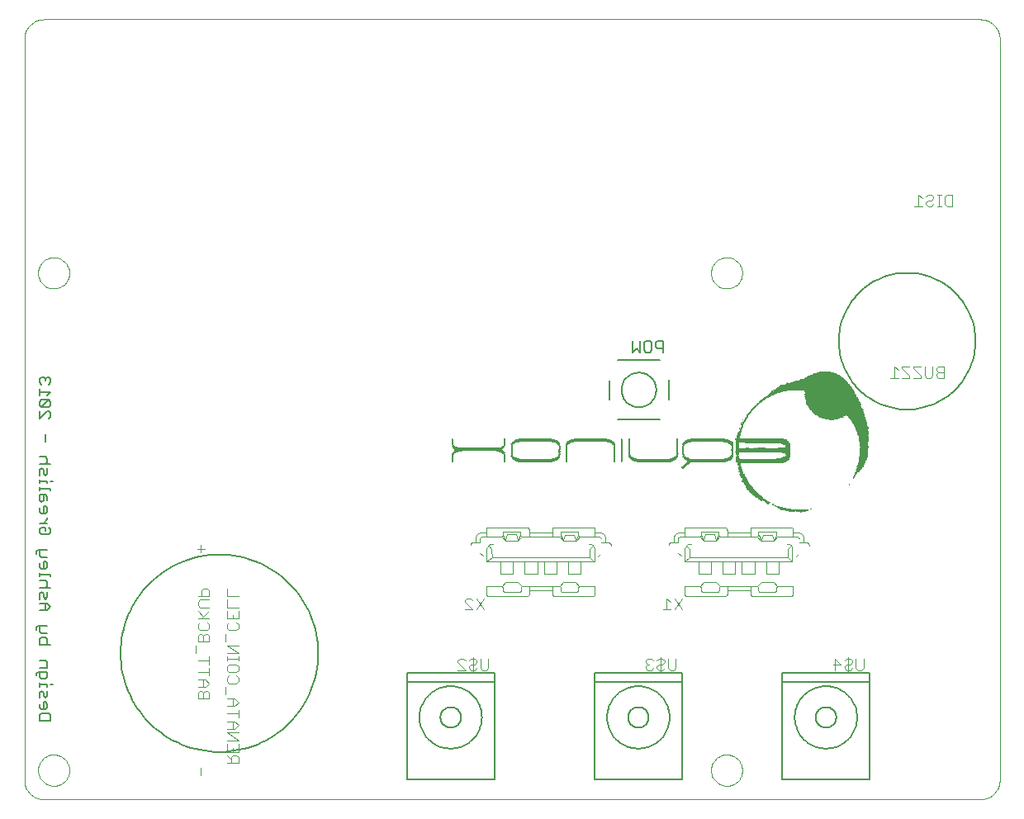
<source format=gbo>
G75*
G70*
%OFA0B0*%
%FSLAX24Y24*%
%IPPOS*%
%LPD*%
%AMOC8*
5,1,8,0,0,1.08239X$1,22.5*
%
%ADD10C,0.0000*%
%ADD11C,0.0060*%
%ADD12R,0.0060X0.0010*%
%ADD13R,0.0230X0.0010*%
%ADD14R,0.0270X0.0010*%
%ADD15R,0.0210X0.0010*%
%ADD16R,0.0320X0.0010*%
%ADD17R,0.0250X0.0010*%
%ADD18R,0.0390X0.0010*%
%ADD19R,0.0760X0.0010*%
%ADD20R,0.0890X0.0010*%
%ADD21R,0.0940X0.0010*%
%ADD22R,0.0990X0.0010*%
%ADD23R,0.0490X0.0010*%
%ADD24R,0.0160X0.0010*%
%ADD25R,0.0440X0.0010*%
%ADD26R,0.0080X0.0010*%
%ADD27R,0.0420X0.0010*%
%ADD28R,0.0090X0.0010*%
%ADD29R,0.0380X0.0010*%
%ADD30R,0.0010X0.0010*%
%ADD31R,0.0280X0.0010*%
%ADD32R,0.0200X0.0010*%
%ADD33R,0.0100X0.0010*%
%ADD34R,0.0170X0.0010*%
%ADD35R,0.0120X0.0010*%
%ADD36R,0.0150X0.0010*%
%ADD37R,0.0240X0.0010*%
%ADD38R,0.0140X0.0010*%
%ADD39R,0.0110X0.0010*%
%ADD40R,0.0040X0.0010*%
%ADD41R,0.0180X0.0010*%
%ADD42R,0.0190X0.0010*%
%ADD43R,0.0070X0.0010*%
%ADD44R,0.0260X0.0010*%
%ADD45R,0.0290X0.0010*%
%ADD46R,0.0220X0.0010*%
%ADD47R,0.0020X0.0010*%
%ADD48R,0.0030X0.0010*%
%ADD49R,0.0050X0.0010*%
%ADD50R,0.0130X0.0010*%
%ADD51R,0.1810X0.0010*%
%ADD52R,0.1830X0.0010*%
%ADD53R,0.1870X0.0010*%
%ADD54R,0.1910X0.0010*%
%ADD55R,0.1940X0.0010*%
%ADD56R,0.1270X0.0010*%
%ADD57R,0.1300X0.0010*%
%ADD58R,0.1280X0.0010*%
%ADD59R,0.1970X0.0010*%
%ADD60R,0.1370X0.0010*%
%ADD61R,0.1390X0.0010*%
%ADD62R,0.1550X0.0010*%
%ADD63R,0.2000X0.0010*%
%ADD64R,0.1430X0.0010*%
%ADD65R,0.1460X0.0010*%
%ADD66R,0.1570X0.0010*%
%ADD67R,0.2040X0.0010*%
%ADD68R,0.1510X0.0010*%
%ADD69R,0.1520X0.0010*%
%ADD70R,0.1610X0.0010*%
%ADD71R,0.2070X0.0010*%
%ADD72R,0.1580X0.0010*%
%ADD73R,0.1650X0.0010*%
%ADD74R,0.2090X0.0010*%
%ADD75R,0.1630X0.0010*%
%ADD76R,0.1690X0.0010*%
%ADD77R,0.2100X0.0010*%
%ADD78R,0.1680X0.0010*%
%ADD79R,0.1670X0.0010*%
%ADD80R,0.1720X0.0010*%
%ADD81R,0.2110X0.0010*%
%ADD82R,0.1770X0.0010*%
%ADD83R,0.2120X0.0010*%
%ADD84R,0.0300X0.0010*%
%ADD85R,0.1760X0.0010*%
%ADD86R,0.1750X0.0010*%
%ADD87R,0.1780X0.0010*%
%ADD88R,0.1800X0.0010*%
%ADD89R,0.1860X0.0010*%
%ADD90R,0.2130X0.0010*%
%ADD91R,0.0310X0.0010*%
%ADD92R,0.0330X0.0010*%
%ADD93R,0.0350X0.0010*%
%ADD94R,0.0360X0.0010*%
%ADD95R,0.0550X0.0010*%
%ADD96R,0.1960X0.0010*%
%ADD97R,0.0520X0.0010*%
%ADD98R,0.0410X0.0010*%
%ADD99R,0.2210X0.0010*%
%ADD100R,0.1930X0.0010*%
%ADD101R,0.2200X0.0010*%
%ADD102R,0.2190X0.0010*%
%ADD103R,0.1900X0.0010*%
%ADD104R,0.2180X0.0010*%
%ADD105R,0.1920X0.0010*%
%ADD106R,0.1950X0.0010*%
%ADD107R,0.0340X0.0010*%
%ADD108R,0.1980X0.0010*%
%ADD109R,0.1990X0.0010*%
%ADD110R,0.2010X0.0010*%
%ADD111R,0.2020X0.0010*%
%ADD112R,0.0460X0.0010*%
%ADD113R,0.1820X0.0010*%
%ADD114R,0.1410X0.0010*%
%ADD115R,0.0370X0.0010*%
%ADD116R,0.0930X0.0010*%
%ADD117R,0.1060X0.0010*%
%ADD118R,0.1790X0.0010*%
%ADD119R,0.1740X0.0010*%
%ADD120R,0.1700X0.0010*%
%ADD121R,0.2080X0.0010*%
%ADD122R,0.1640X0.0010*%
%ADD123R,0.2060X0.0010*%
%ADD124R,0.1590X0.0010*%
%ADD125R,0.1490X0.0010*%
%ADD126R,0.1560X0.0010*%
%ADD127R,0.1400X0.0010*%
%ADD128R,0.1480X0.0010*%
%ADD129R,0.1350X0.0010*%
%ADD130R,0.1330X0.0010*%
%ADD131R,0.0400X0.0010*%
%ADD132R,0.0430X0.0010*%
%ADD133R,0.0450X0.0010*%
%ADD134R,0.0470X0.0010*%
%ADD135R,0.0480X0.0010*%
%ADD136R,0.0500X0.0010*%
%ADD137R,0.0510X0.0010*%
%ADD138R,0.0530X0.0010*%
%ADD139R,0.0540X0.0010*%
%ADD140R,0.0560X0.0010*%
%ADD141R,0.0570X0.0010*%
%ADD142R,0.0580X0.0010*%
%ADD143R,0.0590X0.0010*%
%ADD144R,0.0600X0.0010*%
%ADD145R,0.0620X0.0010*%
%ADD146R,0.0630X0.0010*%
%ADD147R,0.0700X0.0010*%
%ADD148R,0.0640X0.0010*%
%ADD149R,0.0750X0.0010*%
%ADD150R,0.0650X0.0010*%
%ADD151R,0.0810X0.0010*%
%ADD152R,0.0850X0.0010*%
%ADD153R,0.0660X0.0010*%
%ADD154R,0.0910X0.0010*%
%ADD155R,0.0670X0.0010*%
%ADD156R,0.1010X0.0010*%
%ADD157R,0.1030X0.0010*%
%ADD158R,0.0680X0.0010*%
%ADD159R,0.1040X0.0010*%
%ADD160R,0.0690X0.0010*%
%ADD161R,0.1050X0.0010*%
%ADD162R,0.0710X0.0010*%
%ADD163R,0.1150X0.0010*%
%ADD164R,0.1180X0.0010*%
%ADD165R,0.0720X0.0010*%
%ADD166R,0.2030X0.0010*%
%ADD167R,0.2050X0.0010*%
%ADD168R,0.2140X0.0010*%
%ADD169R,0.2150X0.0010*%
%ADD170R,0.2160X0.0010*%
%ADD171R,0.2170X0.0010*%
%ADD172R,0.3130X0.0010*%
%ADD173R,0.3120X0.0010*%
%ADD174R,0.3110X0.0010*%
%ADD175R,0.3100X0.0010*%
%ADD176R,0.3080X0.0010*%
%ADD177R,0.3060X0.0010*%
%ADD178R,0.3030X0.0010*%
%ADD179R,0.3010X0.0010*%
%ADD180R,0.2990X0.0010*%
%ADD181R,0.2970X0.0010*%
%ADD182R,0.2950X0.0010*%
%ADD183R,0.2920X0.0010*%
%ADD184R,0.2910X0.0010*%
%ADD185R,0.2880X0.0010*%
%ADD186R,0.2850X0.0010*%
%ADD187R,0.2830X0.0010*%
%ADD188R,0.2800X0.0010*%
%ADD189R,0.2780X0.0010*%
%ADD190R,0.2740X0.0010*%
%ADD191R,0.2690X0.0010*%
%ADD192R,0.2630X0.0010*%
%ADD193R,0.2570X0.0010*%
%ADD194R,0.2540X0.0010*%
%ADD195R,0.2520X0.0010*%
%ADD196R,0.2500X0.0010*%
%ADD197R,0.2480X0.0010*%
%ADD198R,0.2360X0.0010*%
%ADD199R,0.2350X0.0010*%
%ADD200R,0.2310X0.0010*%
%ADD201R,0.2290X0.0010*%
%ADD202R,0.2260X0.0010*%
%ADD203R,0.2220X0.0010*%
%ADD204R,0.1530X0.0010*%
%ADD205R,0.1320X0.0010*%
%ADD206R,0.1230X0.0010*%
%ADD207R,0.1190X0.0010*%
%ADD208R,0.1160X0.0010*%
%ADD209R,0.1100X0.0010*%
%ADD210R,0.1070X0.0010*%
%ADD211R,0.1000X0.0010*%
%ADD212R,0.0960X0.0010*%
%ADD213R,0.0920X0.0010*%
%ADD214R,0.0800X0.0010*%
%ADD215C,0.0040*%
%ADD216C,0.0050*%
%ADD217C,0.0080*%
D10*
X001087Y001087D02*
X038883Y001087D01*
X038883Y001088D02*
X038937Y001090D01*
X038990Y001095D01*
X039043Y001104D01*
X039095Y001117D01*
X039147Y001133D01*
X039197Y001153D01*
X039245Y001176D01*
X039292Y001203D01*
X039337Y001232D01*
X039380Y001265D01*
X039420Y001300D01*
X039458Y001338D01*
X039493Y001378D01*
X039526Y001421D01*
X039555Y001466D01*
X039582Y001513D01*
X039605Y001561D01*
X039625Y001611D01*
X039641Y001663D01*
X039654Y001715D01*
X039663Y001768D01*
X039668Y001821D01*
X039670Y001875D01*
X039670Y031796D01*
X039668Y031850D01*
X039663Y031903D01*
X039654Y031956D01*
X039641Y032008D01*
X039625Y032060D01*
X039605Y032110D01*
X039582Y032158D01*
X039555Y032205D01*
X039526Y032250D01*
X039493Y032293D01*
X039458Y032333D01*
X039420Y032371D01*
X039380Y032406D01*
X039337Y032439D01*
X039292Y032468D01*
X039245Y032495D01*
X039197Y032518D01*
X039147Y032538D01*
X039095Y032554D01*
X039043Y032567D01*
X038990Y032576D01*
X038937Y032581D01*
X038883Y032583D01*
X001087Y032583D01*
X001033Y032581D01*
X000980Y032576D01*
X000927Y032567D01*
X000875Y032554D01*
X000823Y032538D01*
X000773Y032518D01*
X000725Y032495D01*
X000678Y032468D01*
X000633Y032439D01*
X000590Y032406D01*
X000550Y032371D01*
X000512Y032333D01*
X000477Y032293D01*
X000444Y032250D01*
X000415Y032205D01*
X000388Y032158D01*
X000365Y032110D01*
X000345Y032060D01*
X000329Y032008D01*
X000316Y031956D01*
X000307Y031903D01*
X000302Y031850D01*
X000300Y031796D01*
X000300Y001875D01*
X000302Y001821D01*
X000307Y001768D01*
X000316Y001715D01*
X000329Y001663D01*
X000345Y001611D01*
X000365Y001561D01*
X000388Y001513D01*
X000415Y001466D01*
X000444Y001421D01*
X000477Y001378D01*
X000512Y001338D01*
X000550Y001300D01*
X000590Y001265D01*
X000633Y001232D01*
X000678Y001203D01*
X000725Y001176D01*
X000773Y001153D01*
X000823Y001133D01*
X000875Y001117D01*
X000927Y001104D01*
X000980Y001095D01*
X001033Y001090D01*
X001087Y001088D01*
X000851Y002269D02*
X000853Y002319D01*
X000859Y002369D01*
X000869Y002418D01*
X000883Y002466D01*
X000900Y002513D01*
X000921Y002558D01*
X000946Y002602D01*
X000974Y002643D01*
X001006Y002682D01*
X001040Y002719D01*
X001077Y002753D01*
X001117Y002783D01*
X001159Y002810D01*
X001203Y002834D01*
X001249Y002855D01*
X001296Y002871D01*
X001344Y002884D01*
X001394Y002893D01*
X001443Y002898D01*
X001494Y002899D01*
X001544Y002896D01*
X001593Y002889D01*
X001642Y002878D01*
X001690Y002863D01*
X001736Y002845D01*
X001781Y002823D01*
X001824Y002797D01*
X001865Y002768D01*
X001904Y002736D01*
X001940Y002701D01*
X001972Y002663D01*
X002002Y002623D01*
X002029Y002580D01*
X002052Y002536D01*
X002071Y002490D01*
X002087Y002442D01*
X002099Y002393D01*
X002107Y002344D01*
X002111Y002294D01*
X002111Y002244D01*
X002107Y002194D01*
X002099Y002145D01*
X002087Y002096D01*
X002071Y002048D01*
X002052Y002002D01*
X002029Y001958D01*
X002002Y001915D01*
X001972Y001875D01*
X001940Y001837D01*
X001904Y001802D01*
X001865Y001770D01*
X001824Y001741D01*
X001781Y001715D01*
X001736Y001693D01*
X001690Y001675D01*
X001642Y001660D01*
X001593Y001649D01*
X001544Y001642D01*
X001494Y001639D01*
X001443Y001640D01*
X001394Y001645D01*
X001344Y001654D01*
X001296Y001667D01*
X001249Y001683D01*
X001203Y001704D01*
X001159Y001728D01*
X001117Y001755D01*
X001077Y001785D01*
X001040Y001819D01*
X001006Y001856D01*
X000974Y001895D01*
X000946Y001936D01*
X000921Y001980D01*
X000900Y002025D01*
X000883Y002072D01*
X000869Y002120D01*
X000859Y002169D01*
X000853Y002219D01*
X000851Y002269D01*
X000851Y022347D02*
X000853Y022397D01*
X000859Y022447D01*
X000869Y022496D01*
X000883Y022544D01*
X000900Y022591D01*
X000921Y022636D01*
X000946Y022680D01*
X000974Y022721D01*
X001006Y022760D01*
X001040Y022797D01*
X001077Y022831D01*
X001117Y022861D01*
X001159Y022888D01*
X001203Y022912D01*
X001249Y022933D01*
X001296Y022949D01*
X001344Y022962D01*
X001394Y022971D01*
X001443Y022976D01*
X001494Y022977D01*
X001544Y022974D01*
X001593Y022967D01*
X001642Y022956D01*
X001690Y022941D01*
X001736Y022923D01*
X001781Y022901D01*
X001824Y022875D01*
X001865Y022846D01*
X001904Y022814D01*
X001940Y022779D01*
X001972Y022741D01*
X002002Y022701D01*
X002029Y022658D01*
X002052Y022614D01*
X002071Y022568D01*
X002087Y022520D01*
X002099Y022471D01*
X002107Y022422D01*
X002111Y022372D01*
X002111Y022322D01*
X002107Y022272D01*
X002099Y022223D01*
X002087Y022174D01*
X002071Y022126D01*
X002052Y022080D01*
X002029Y022036D01*
X002002Y021993D01*
X001972Y021953D01*
X001940Y021915D01*
X001904Y021880D01*
X001865Y021848D01*
X001824Y021819D01*
X001781Y021793D01*
X001736Y021771D01*
X001690Y021753D01*
X001642Y021738D01*
X001593Y021727D01*
X001544Y021720D01*
X001494Y021717D01*
X001443Y021718D01*
X001394Y021723D01*
X001344Y021732D01*
X001296Y021745D01*
X001249Y021761D01*
X001203Y021782D01*
X001159Y021806D01*
X001117Y021833D01*
X001077Y021863D01*
X001040Y021897D01*
X001006Y021934D01*
X000974Y021973D01*
X000946Y022014D01*
X000921Y022058D01*
X000900Y022103D01*
X000883Y022150D01*
X000869Y022198D01*
X000859Y022247D01*
X000853Y022297D01*
X000851Y022347D01*
X028016Y022347D02*
X028018Y022397D01*
X028024Y022447D01*
X028034Y022496D01*
X028048Y022544D01*
X028065Y022591D01*
X028086Y022636D01*
X028111Y022680D01*
X028139Y022721D01*
X028171Y022760D01*
X028205Y022797D01*
X028242Y022831D01*
X028282Y022861D01*
X028324Y022888D01*
X028368Y022912D01*
X028414Y022933D01*
X028461Y022949D01*
X028509Y022962D01*
X028559Y022971D01*
X028608Y022976D01*
X028659Y022977D01*
X028709Y022974D01*
X028758Y022967D01*
X028807Y022956D01*
X028855Y022941D01*
X028901Y022923D01*
X028946Y022901D01*
X028989Y022875D01*
X029030Y022846D01*
X029069Y022814D01*
X029105Y022779D01*
X029137Y022741D01*
X029167Y022701D01*
X029194Y022658D01*
X029217Y022614D01*
X029236Y022568D01*
X029252Y022520D01*
X029264Y022471D01*
X029272Y022422D01*
X029276Y022372D01*
X029276Y022322D01*
X029272Y022272D01*
X029264Y022223D01*
X029252Y022174D01*
X029236Y022126D01*
X029217Y022080D01*
X029194Y022036D01*
X029167Y021993D01*
X029137Y021953D01*
X029105Y021915D01*
X029069Y021880D01*
X029030Y021848D01*
X028989Y021819D01*
X028946Y021793D01*
X028901Y021771D01*
X028855Y021753D01*
X028807Y021738D01*
X028758Y021727D01*
X028709Y021720D01*
X028659Y021717D01*
X028608Y021718D01*
X028559Y021723D01*
X028509Y021732D01*
X028461Y021745D01*
X028414Y021761D01*
X028368Y021782D01*
X028324Y021806D01*
X028282Y021833D01*
X028242Y021863D01*
X028205Y021897D01*
X028171Y021934D01*
X028139Y021973D01*
X028111Y022014D01*
X028086Y022058D01*
X028065Y022103D01*
X028048Y022150D01*
X028034Y022198D01*
X028024Y022247D01*
X028018Y022297D01*
X028016Y022347D01*
X028016Y002269D02*
X028018Y002319D01*
X028024Y002369D01*
X028034Y002418D01*
X028048Y002466D01*
X028065Y002513D01*
X028086Y002558D01*
X028111Y002602D01*
X028139Y002643D01*
X028171Y002682D01*
X028205Y002719D01*
X028242Y002753D01*
X028282Y002783D01*
X028324Y002810D01*
X028368Y002834D01*
X028414Y002855D01*
X028461Y002871D01*
X028509Y002884D01*
X028559Y002893D01*
X028608Y002898D01*
X028659Y002899D01*
X028709Y002896D01*
X028758Y002889D01*
X028807Y002878D01*
X028855Y002863D01*
X028901Y002845D01*
X028946Y002823D01*
X028989Y002797D01*
X029030Y002768D01*
X029069Y002736D01*
X029105Y002701D01*
X029137Y002663D01*
X029167Y002623D01*
X029194Y002580D01*
X029217Y002536D01*
X029236Y002490D01*
X029252Y002442D01*
X029264Y002393D01*
X029272Y002344D01*
X029276Y002294D01*
X029276Y002244D01*
X029272Y002194D01*
X029264Y002145D01*
X029252Y002096D01*
X029236Y002048D01*
X029217Y002002D01*
X029194Y001958D01*
X029167Y001915D01*
X029137Y001875D01*
X029105Y001837D01*
X029069Y001802D01*
X029030Y001770D01*
X028989Y001741D01*
X028946Y001715D01*
X028901Y001693D01*
X028855Y001675D01*
X028807Y001660D01*
X028758Y001649D01*
X028709Y001642D01*
X028659Y001639D01*
X028608Y001640D01*
X028559Y001645D01*
X028509Y001654D01*
X028461Y001667D01*
X028414Y001683D01*
X028368Y001704D01*
X028324Y001728D01*
X028282Y001755D01*
X028242Y001785D01*
X028205Y001819D01*
X028171Y001856D01*
X028139Y001895D01*
X028111Y001936D01*
X028086Y001980D01*
X028065Y002025D01*
X028048Y002072D01*
X028034Y002120D01*
X028024Y002169D01*
X028018Y002219D01*
X028016Y002269D01*
D11*
X001361Y004267D02*
X001361Y004487D01*
X001288Y004561D01*
X000994Y004561D01*
X000921Y004487D01*
X000921Y004267D01*
X001361Y004267D01*
X001141Y004727D02*
X001214Y004801D01*
X001214Y004948D01*
X001141Y005021D01*
X001067Y005021D01*
X001067Y004727D01*
X000994Y004727D02*
X001141Y004727D01*
X000994Y004727D02*
X000921Y004801D01*
X000921Y004948D01*
X000921Y005188D02*
X000921Y005408D01*
X000994Y005481D01*
X001067Y005408D01*
X001067Y005261D01*
X001141Y005188D01*
X001214Y005261D01*
X001214Y005481D01*
X001214Y005648D02*
X001214Y005722D01*
X000921Y005722D01*
X000921Y005795D02*
X000921Y005648D01*
X000994Y005955D02*
X000921Y006029D01*
X000921Y006249D01*
X000847Y006249D02*
X001214Y006249D01*
X001214Y006029D01*
X001141Y005955D01*
X000994Y005955D01*
X000774Y006102D02*
X000774Y006175D01*
X000847Y006249D01*
X000921Y006416D02*
X001214Y006416D01*
X001214Y006636D01*
X001141Y006709D01*
X000921Y006709D01*
X000921Y007336D02*
X000921Y007556D01*
X000994Y007630D01*
X001141Y007630D01*
X001214Y007556D01*
X001214Y007336D01*
X001361Y007336D02*
X000921Y007336D01*
X000994Y007797D02*
X000921Y007870D01*
X000921Y008090D01*
X000847Y008090D02*
X000774Y008017D01*
X000774Y007943D01*
X000847Y008090D02*
X001214Y008090D01*
X001214Y007797D02*
X000994Y007797D01*
X000921Y008717D02*
X001214Y008717D01*
X001361Y008864D01*
X001214Y009011D01*
X000921Y009011D01*
X000921Y009178D02*
X000921Y009398D01*
X000994Y009471D01*
X001067Y009398D01*
X001067Y009251D01*
X001141Y009178D01*
X001214Y009251D01*
X001214Y009471D01*
X001141Y009638D02*
X001214Y009712D01*
X001214Y009858D01*
X001141Y009932D01*
X000921Y009932D01*
X000921Y010099D02*
X000921Y010245D01*
X000921Y010172D02*
X001361Y010172D01*
X001361Y010099D01*
X001141Y010406D02*
X001214Y010479D01*
X001214Y010626D01*
X001141Y010699D01*
X001067Y010699D01*
X001067Y010406D01*
X000994Y010406D02*
X001141Y010406D01*
X000994Y010406D02*
X000921Y010479D01*
X000921Y010626D01*
X000994Y010866D02*
X000921Y010939D01*
X000921Y011160D01*
X000847Y011160D02*
X000774Y011086D01*
X000774Y011013D01*
X000847Y011160D02*
X001214Y011160D01*
X001214Y010866D02*
X000994Y010866D01*
X000994Y011787D02*
X000921Y011860D01*
X000921Y012007D01*
X000994Y012080D01*
X001141Y012080D01*
X001141Y011934D01*
X001288Y012080D02*
X001361Y012007D01*
X001361Y011860D01*
X001288Y011787D01*
X000994Y011787D01*
X001067Y012247D02*
X001214Y012394D01*
X001214Y012467D01*
X001141Y012631D02*
X001214Y012704D01*
X001214Y012851D01*
X001141Y012924D01*
X001067Y012924D01*
X001067Y012631D01*
X000994Y012631D02*
X001141Y012631D01*
X000994Y012631D02*
X000921Y012704D01*
X000921Y012851D01*
X000994Y013091D02*
X001067Y013165D01*
X001067Y013385D01*
X001141Y013385D02*
X000921Y013385D01*
X000921Y013165D01*
X000994Y013091D01*
X001214Y013165D02*
X001214Y013311D01*
X001141Y013385D01*
X001361Y013552D02*
X001361Y013625D01*
X000921Y013625D01*
X000921Y013552D02*
X000921Y013698D01*
X000921Y013859D02*
X000921Y014005D01*
X000921Y013932D02*
X001214Y013932D01*
X001214Y013859D01*
X001361Y013932D02*
X001434Y013932D01*
X001141Y014165D02*
X001214Y014239D01*
X001214Y014459D01*
X001067Y014386D02*
X001067Y014239D01*
X001141Y014165D01*
X000921Y014165D02*
X000921Y014386D01*
X000994Y014459D01*
X001067Y014386D01*
X001141Y014626D02*
X001214Y014699D01*
X001214Y014846D01*
X001141Y014919D01*
X000921Y014919D01*
X000921Y014626D02*
X001361Y014626D01*
X001141Y015547D02*
X001141Y015840D01*
X001288Y016467D02*
X001361Y016541D01*
X001361Y016688D01*
X001288Y016761D01*
X001214Y016761D01*
X000921Y016467D01*
X000921Y016761D01*
X000994Y016928D02*
X001288Y017221D01*
X000994Y017221D01*
X000921Y017148D01*
X000921Y017001D01*
X000994Y016928D01*
X001288Y016928D01*
X001361Y017001D01*
X001361Y017148D01*
X001288Y017221D01*
X001214Y017388D02*
X001361Y017535D01*
X000921Y017535D01*
X000921Y017388D02*
X000921Y017682D01*
X000994Y017849D02*
X000921Y017922D01*
X000921Y018069D01*
X000994Y018142D01*
X001067Y018142D01*
X001141Y018069D01*
X001141Y017995D01*
X001141Y018069D02*
X001214Y018142D01*
X001288Y018142D01*
X001361Y018069D01*
X001361Y017922D01*
X001288Y017849D01*
X001214Y012247D02*
X000921Y012247D01*
X000921Y009638D02*
X001361Y009638D01*
X001141Y009011D02*
X001141Y008717D01*
X001361Y005722D02*
X001434Y005722D01*
D12*
X017587Y014734D03*
X017587Y014744D03*
X017587Y014754D03*
X017587Y014764D03*
X017587Y014774D03*
X017587Y014784D03*
X017587Y014814D03*
X017587Y014824D03*
X017587Y014834D03*
X017587Y014844D03*
X017587Y014854D03*
X017587Y014864D03*
X017587Y014874D03*
X017587Y014884D03*
X017587Y014894D03*
X017587Y014904D03*
X017587Y014924D03*
X017587Y014934D03*
X017587Y014944D03*
X017597Y014964D03*
X017597Y014974D03*
X017597Y014984D03*
X017597Y015384D03*
X017587Y015414D03*
X017587Y015424D03*
X017587Y015434D03*
X017587Y015444D03*
X017587Y015454D03*
X017587Y015464D03*
X017587Y015474D03*
X017587Y015484D03*
X017587Y015494D03*
X017587Y015534D03*
X017587Y015544D03*
X017587Y015554D03*
X017587Y015564D03*
X017587Y015574D03*
X017587Y015584D03*
X017587Y015594D03*
X019687Y015594D03*
X019687Y015584D03*
X019687Y015574D03*
X019687Y015564D03*
X019677Y015384D03*
X019977Y015364D03*
X019977Y015354D03*
X019967Y015294D03*
X019967Y015284D03*
X019967Y015274D03*
X019967Y015264D03*
X019967Y015254D03*
X019967Y015244D03*
X019967Y015234D03*
X019967Y015224D03*
X019967Y015214D03*
X019967Y015204D03*
X019967Y015194D03*
X019967Y015184D03*
X019967Y015174D03*
X019967Y015164D03*
X019967Y015154D03*
X019967Y015144D03*
X019967Y015134D03*
X019967Y015124D03*
X019967Y015114D03*
X019967Y015104D03*
X019967Y015094D03*
X019967Y015084D03*
X019967Y015074D03*
X019967Y015064D03*
X019967Y015054D03*
X019967Y015044D03*
X019977Y015024D03*
X019677Y014974D03*
X019677Y014964D03*
X019677Y014954D03*
X019687Y014884D03*
X019687Y014874D03*
X019687Y014864D03*
X019687Y014854D03*
X021897Y014964D03*
X021897Y014974D03*
X021897Y014984D03*
X021897Y014994D03*
X021897Y015004D03*
X021897Y015054D03*
X021897Y015064D03*
X021897Y015074D03*
X021897Y015084D03*
X021897Y015094D03*
X021897Y015144D03*
X021897Y015154D03*
X021897Y015164D03*
X021897Y015174D03*
X021897Y015184D03*
X021897Y015354D03*
X022177Y015324D03*
X022177Y015314D03*
X022177Y015304D03*
X022177Y015294D03*
X022177Y015284D03*
X022177Y015274D03*
X022177Y015264D03*
X022177Y015254D03*
X022177Y015244D03*
X022177Y015234D03*
X022177Y015224D03*
X022177Y015214D03*
X022177Y015204D03*
X022177Y015194D03*
X022177Y015184D03*
X022177Y015174D03*
X022177Y015164D03*
X022177Y015154D03*
X022177Y015144D03*
X022177Y015134D03*
X022177Y015124D03*
X022177Y015114D03*
X022177Y015104D03*
X022177Y015094D03*
X022177Y015084D03*
X022177Y015074D03*
X022177Y015064D03*
X022177Y015054D03*
X022177Y015044D03*
X022177Y015034D03*
X022177Y015024D03*
X022177Y015014D03*
X022177Y015004D03*
X022177Y014994D03*
X022177Y014984D03*
X022177Y014974D03*
X022177Y014964D03*
X022177Y014954D03*
X022177Y014944D03*
X022177Y014934D03*
X022177Y014924D03*
X022177Y014914D03*
X022177Y014904D03*
X022177Y014894D03*
X022177Y014884D03*
X022177Y014874D03*
X022177Y014864D03*
X022177Y014854D03*
X022177Y014844D03*
X022177Y014834D03*
X022177Y014824D03*
X022177Y014814D03*
X022177Y014804D03*
X022177Y014794D03*
X022177Y014784D03*
X022177Y014774D03*
X022177Y014764D03*
X022177Y014754D03*
X022177Y014744D03*
X022177Y014734D03*
X024117Y014734D03*
X024117Y014724D03*
X024117Y014744D03*
X024117Y014754D03*
X024117Y014764D03*
X024117Y014774D03*
X024117Y014784D03*
X024117Y014794D03*
X024117Y014804D03*
X024117Y014814D03*
X024117Y014824D03*
X024117Y014834D03*
X024117Y014844D03*
X024117Y014854D03*
X024117Y014864D03*
X024117Y014874D03*
X024117Y014884D03*
X024117Y014894D03*
X024117Y014904D03*
X024117Y014914D03*
X024117Y014924D03*
X024117Y014934D03*
X024117Y014944D03*
X024117Y014954D03*
X024117Y014964D03*
X024117Y014974D03*
X024117Y014984D03*
X024117Y014994D03*
X024117Y015004D03*
X024117Y015014D03*
X024117Y015024D03*
X024117Y015034D03*
X024117Y015044D03*
X024117Y015054D03*
X024117Y015064D03*
X024117Y015074D03*
X024117Y015084D03*
X024117Y015094D03*
X024117Y015104D03*
X024117Y015114D03*
X024117Y015124D03*
X024117Y015134D03*
X024117Y015144D03*
X024117Y015154D03*
X024117Y015164D03*
X024117Y015174D03*
X024117Y015234D03*
X024117Y015244D03*
X024117Y015254D03*
X024117Y015264D03*
X024117Y015274D03*
X024117Y015314D03*
X024117Y015324D03*
X024117Y015334D03*
X024417Y015554D03*
X024417Y015564D03*
X024417Y015574D03*
X024417Y015584D03*
X024417Y015594D03*
X024717Y015594D03*
X024717Y015584D03*
X024717Y015574D03*
X024717Y015564D03*
X024717Y015554D03*
X024717Y015544D03*
X024717Y015534D03*
X024717Y015524D03*
X024717Y015514D03*
X024717Y015504D03*
X024717Y015494D03*
X024717Y015484D03*
X024717Y015474D03*
X024717Y015464D03*
X024717Y015454D03*
X024717Y015444D03*
X024717Y015434D03*
X024717Y015424D03*
X024717Y015414D03*
X024717Y015404D03*
X024717Y015394D03*
X024717Y015384D03*
X024717Y015374D03*
X024717Y015364D03*
X024717Y015354D03*
X024717Y015344D03*
X024717Y015334D03*
X024717Y015324D03*
X024717Y015314D03*
X024717Y015304D03*
X024717Y015294D03*
X024717Y015284D03*
X024717Y015274D03*
X024717Y015264D03*
X024717Y015254D03*
X024717Y015244D03*
X024717Y015234D03*
X024717Y015224D03*
X024717Y015214D03*
X024717Y015204D03*
X024717Y015194D03*
X024717Y015184D03*
X024717Y015174D03*
X024717Y015164D03*
X024717Y015154D03*
X024717Y015144D03*
X024717Y015074D03*
X024717Y015064D03*
X024717Y015054D03*
X024717Y015044D03*
X024717Y015034D03*
X024717Y015024D03*
X024717Y015014D03*
X024717Y015004D03*
X024727Y014984D03*
X024727Y014974D03*
X024717Y015604D03*
X026657Y015604D03*
X026657Y015594D03*
X026657Y015584D03*
X026657Y015574D03*
X026657Y015564D03*
X026657Y015554D03*
X026657Y015544D03*
X026657Y015534D03*
X026657Y015524D03*
X026657Y015514D03*
X026657Y015504D03*
X026657Y015494D03*
X026657Y015484D03*
X026657Y015474D03*
X026657Y015464D03*
X026657Y015454D03*
X026657Y015444D03*
X026657Y015434D03*
X026657Y015424D03*
X026657Y015414D03*
X026657Y015404D03*
X026657Y015394D03*
X026657Y015384D03*
X026657Y015374D03*
X026657Y015364D03*
X026657Y015354D03*
X026657Y015344D03*
X026657Y015334D03*
X026657Y015324D03*
X026657Y015314D03*
X026657Y015304D03*
X026657Y015294D03*
X026657Y015284D03*
X026657Y015274D03*
X026657Y015264D03*
X026657Y015254D03*
X026657Y015244D03*
X026657Y015234D03*
X026657Y015224D03*
X026657Y015214D03*
X026657Y015204D03*
X026657Y015194D03*
X026657Y015184D03*
X026657Y015174D03*
X026657Y015164D03*
X026657Y015154D03*
X026657Y015144D03*
X026657Y015134D03*
X026657Y015124D03*
X026657Y015114D03*
X026657Y015104D03*
X026657Y015094D03*
X026657Y015084D03*
X026657Y015074D03*
X026657Y015064D03*
X026657Y015054D03*
X026667Y015034D03*
X026667Y015024D03*
X026657Y015004D03*
X026657Y014994D03*
X026657Y014984D03*
X026897Y015004D03*
X026897Y015014D03*
X026897Y015024D03*
X026897Y015034D03*
X026897Y015044D03*
X026897Y015054D03*
X026897Y015064D03*
X026897Y015074D03*
X026897Y015084D03*
X026897Y015094D03*
X026897Y015104D03*
X026897Y015114D03*
X026897Y015124D03*
X026897Y015134D03*
X026897Y015144D03*
X026897Y015154D03*
X026897Y015164D03*
X026897Y015174D03*
X026897Y015184D03*
X026897Y015194D03*
X026897Y015204D03*
X026897Y015214D03*
X026897Y015284D03*
X026897Y015294D03*
X026897Y015304D03*
X026897Y015314D03*
X026897Y015324D03*
X026897Y015334D03*
X026897Y015344D03*
X026657Y015614D03*
X029267Y016114D03*
X029267Y016124D03*
X029417Y016434D03*
X029417Y016444D03*
X029457Y016484D03*
X029467Y016504D03*
X029467Y016514D03*
X029467Y016524D03*
X029577Y016674D03*
X029587Y016684D03*
X029587Y016694D03*
X029597Y016704D03*
X029607Y016724D03*
X029617Y016734D03*
X029627Y016744D03*
X029637Y016754D03*
X029647Y016774D03*
X029657Y016784D03*
X029667Y016794D03*
X029677Y016804D03*
X029687Y016814D03*
X029697Y016824D03*
X029707Y016834D03*
X029717Y016844D03*
X029717Y016854D03*
X029727Y016864D03*
X029737Y016874D03*
X029807Y016944D03*
X029867Y016984D03*
X029957Y017074D03*
X033417Y016564D03*
X033837Y014184D03*
X033827Y014174D03*
X031647Y012674D03*
X030587Y012944D03*
X030317Y013014D03*
D13*
X030082Y013184D03*
X030052Y013204D03*
X030042Y013214D03*
X029672Y013544D03*
X029542Y013704D03*
X029542Y013714D03*
X029492Y013784D03*
X029482Y013794D03*
X029472Y013804D03*
X029462Y013814D03*
X029452Y013824D03*
X029452Y013834D03*
X029442Y013844D03*
X029442Y013854D03*
X031092Y015054D03*
X031092Y015384D03*
X030482Y017434D03*
X027062Y014824D03*
X031692Y012684D03*
X034022Y014474D03*
X034032Y014494D03*
X021772Y014844D03*
X021762Y015494D03*
X020132Y015504D03*
X020112Y014834D03*
X017772Y015134D03*
D14*
X021722Y015514D03*
X021732Y014824D03*
X023942Y015514D03*
X024892Y014824D03*
X028732Y014834D03*
X029612Y013594D03*
X029732Y013464D03*
X029762Y013434D03*
X029832Y013374D03*
X031062Y014884D03*
X031072Y015404D03*
X031062Y015414D03*
X030512Y017454D03*
X034112Y014694D03*
X034102Y014674D03*
X034092Y014644D03*
X034092Y014634D03*
X034082Y014624D03*
X031672Y012694D03*
D15*
X031262Y012704D03*
X030792Y012864D03*
X030772Y012874D03*
X030112Y013164D03*
X030102Y013174D03*
X030032Y013224D03*
X030022Y013234D03*
X030012Y013254D03*
X029812Y013424D03*
X029522Y013744D03*
X029512Y013754D03*
X029432Y013864D03*
X029382Y013944D03*
X029382Y013954D03*
X031102Y015004D03*
X031102Y015014D03*
X031102Y015034D03*
X031102Y015044D03*
X031102Y015284D03*
X031102Y015294D03*
X031102Y015374D03*
X034012Y014444D03*
X020092Y014844D03*
X020112Y015494D03*
D16*
X026447Y014814D03*
X028707Y014824D03*
X028697Y015514D03*
X030047Y015254D03*
X031047Y015074D03*
X030577Y017484D03*
X034187Y015144D03*
X034187Y015134D03*
X034177Y015064D03*
X034177Y015054D03*
X034177Y015044D03*
X034177Y015034D03*
X034177Y015024D03*
X034167Y014954D03*
X034167Y014944D03*
X034167Y014934D03*
X034167Y014924D03*
X034167Y014914D03*
X034167Y014904D03*
X034157Y014874D03*
X034157Y014864D03*
X034157Y014854D03*
X034157Y014844D03*
X034157Y014834D03*
X034157Y014824D03*
X034147Y014814D03*
X031647Y012704D03*
D17*
X031272Y012714D03*
X030062Y013194D03*
X029932Y013294D03*
X029922Y013314D03*
X029882Y013344D03*
X029822Y013394D03*
X029722Y013484D03*
X029582Y013634D03*
X029572Y013644D03*
X029562Y013664D03*
X029562Y013674D03*
X029552Y013684D03*
X028752Y014844D03*
X028752Y015494D03*
X031082Y015394D03*
X031082Y014894D03*
X034052Y014524D03*
X034062Y014564D03*
X034062Y014574D03*
X034072Y014584D03*
X034072Y014594D03*
X022362Y015514D03*
X021742Y015504D03*
X021752Y014834D03*
X020152Y015514D03*
X017722Y015274D03*
D18*
X031662Y012714D03*
X034182Y015564D03*
X034182Y015574D03*
X034182Y015584D03*
X034182Y015594D03*
X034182Y015604D03*
X034182Y015614D03*
X034182Y015624D03*
X034182Y015634D03*
X034182Y015644D03*
X034182Y015654D03*
X032892Y016424D03*
D19*
X031517Y012724D03*
D20*
X031482Y012734D03*
D21*
X031477Y012744D03*
X032637Y018244D03*
D22*
X031452Y012754D03*
D23*
X031092Y012764D03*
X030962Y015254D03*
X030942Y015464D03*
X030792Y017564D03*
X034122Y015994D03*
D24*
X033957Y014364D03*
X033947Y014344D03*
X033947Y014334D03*
X031877Y012764D03*
X030327Y013044D03*
X030197Y013144D03*
X029377Y014004D03*
X029377Y014014D03*
X029367Y014024D03*
X029357Y014034D03*
X029347Y014044D03*
X029337Y014064D03*
X029327Y014094D03*
X029257Y014224D03*
X029257Y014234D03*
X029247Y014244D03*
X029247Y014254D03*
X029237Y014264D03*
X029237Y014274D03*
X029227Y014294D03*
X029227Y014304D03*
X029227Y014314D03*
X029147Y014644D03*
X028817Y014884D03*
X028807Y014874D03*
X029077Y015074D03*
X027157Y014704D03*
X026567Y014864D03*
X024807Y014864D03*
X022277Y015474D03*
X021807Y015474D03*
X021817Y014864D03*
X020057Y015474D03*
X020047Y015464D03*
X019577Y015274D03*
X019587Y015094D03*
X017707Y015104D03*
X030257Y017304D03*
X030347Y017354D03*
X030367Y017364D03*
X030377Y017374D03*
X031127Y014974D03*
X031127Y014944D03*
D25*
X031057Y012774D03*
X034157Y015824D03*
X034157Y015834D03*
X034157Y015844D03*
X032607Y018324D03*
D26*
X029977Y017094D03*
X029937Y017064D03*
X029927Y017054D03*
X029897Y017024D03*
X029887Y017014D03*
X029547Y016654D03*
X029517Y016604D03*
X029507Y016594D03*
X029497Y016584D03*
X029487Y016574D03*
X029477Y016554D03*
X029377Y016374D03*
X029377Y016364D03*
X029367Y016344D03*
X029357Y016334D03*
X029287Y016184D03*
X029287Y016174D03*
X029277Y016164D03*
X029277Y016154D03*
X029257Y016084D03*
X029247Y016054D03*
X029227Y016034D03*
X029217Y016014D03*
X029217Y016004D03*
X029217Y015994D03*
X028877Y015064D03*
X028877Y015054D03*
X028877Y015044D03*
X028877Y015024D03*
X028877Y015014D03*
X029097Y014964D03*
X029097Y014954D03*
X029097Y014944D03*
X029177Y014534D03*
X026917Y014934D03*
X026907Y014944D03*
X026907Y014954D03*
X026637Y014934D03*
X026877Y014444D03*
X026907Y015384D03*
X026907Y015394D03*
X024737Y014954D03*
X024737Y014944D03*
X024107Y015374D03*
X024107Y015384D03*
X022197Y015384D03*
X022187Y015374D03*
X022187Y015364D03*
X021887Y015384D03*
X021887Y014934D03*
X019987Y014944D03*
X019977Y014954D03*
X019977Y014964D03*
X019977Y014974D03*
X019667Y015004D03*
X019667Y015014D03*
X019667Y015354D03*
X019667Y015364D03*
X019987Y015394D03*
X019987Y015404D03*
X017607Y015354D03*
X017617Y015024D03*
X017607Y015004D03*
X031927Y012774D03*
D27*
X031047Y012784D03*
X034167Y015734D03*
X034167Y015744D03*
X030647Y017524D03*
D28*
X030222Y017274D03*
X030002Y017114D03*
X029992Y017104D03*
X029372Y016354D03*
X029342Y016324D03*
X029332Y016304D03*
X029332Y016294D03*
X029322Y016274D03*
X029322Y016264D03*
X029322Y016254D03*
X029292Y016204D03*
X029292Y016194D03*
X029222Y016024D03*
X029212Y015984D03*
X029212Y015974D03*
X029212Y015964D03*
X029202Y015954D03*
X029202Y015944D03*
X029202Y015934D03*
X029192Y015924D03*
X029182Y015904D03*
X028872Y015354D03*
X028872Y015344D03*
X028872Y015334D03*
X028872Y015324D03*
X028872Y015314D03*
X028872Y015304D03*
X028872Y015294D03*
X028872Y015284D03*
X028872Y015274D03*
X028872Y015264D03*
X028872Y015254D03*
X028872Y015244D03*
X028872Y015234D03*
X028872Y015224D03*
X028872Y015154D03*
X028872Y015144D03*
X028872Y015134D03*
X028872Y015124D03*
X028872Y015114D03*
X028872Y015104D03*
X028872Y015094D03*
X028872Y015084D03*
X028872Y015074D03*
X028882Y015034D03*
X028872Y015004D03*
X028872Y014994D03*
X028872Y014984D03*
X028872Y014974D03*
X028872Y014964D03*
X029092Y014974D03*
X029092Y014984D03*
X029102Y014934D03*
X029102Y014924D03*
X029102Y014914D03*
X029102Y014904D03*
X029102Y014894D03*
X029172Y014554D03*
X029172Y014544D03*
X029182Y014514D03*
X030052Y013144D03*
X030312Y013024D03*
X030802Y012814D03*
X032052Y012784D03*
X033882Y014244D03*
X033892Y014264D03*
X026922Y014924D03*
X026632Y014924D03*
X026162Y014814D03*
X026882Y014454D03*
X026912Y015404D03*
X024742Y014934D03*
X024102Y015394D03*
X022212Y015404D03*
X022202Y015394D03*
X021882Y015394D03*
X021872Y015414D03*
X021882Y014924D03*
X019992Y014934D03*
X019662Y015024D03*
X019652Y015034D03*
X019652Y015334D03*
X019662Y015344D03*
X019992Y015414D03*
X017612Y015344D03*
X017622Y015034D03*
X017612Y015014D03*
D29*
X030627Y017514D03*
X034187Y015554D03*
X034187Y015544D03*
X034187Y015534D03*
X031017Y012794D03*
D30*
X030652Y012924D03*
X030502Y012994D03*
X032072Y012794D03*
X033612Y013784D03*
X033772Y014044D03*
X029852Y015254D03*
X029782Y015254D03*
X029172Y016044D03*
X029322Y016404D03*
X031492Y017964D03*
X032652Y018344D03*
X019682Y015634D03*
X017592Y014704D03*
D31*
X019477Y015144D03*
X019517Y015264D03*
X029617Y013584D03*
X029617Y013574D03*
X029627Y013564D03*
X029637Y013554D03*
X029737Y013454D03*
X029747Y013444D03*
X029837Y013364D03*
X030947Y012804D03*
X031057Y014874D03*
X031057Y015424D03*
X030527Y017464D03*
X034127Y014744D03*
X034127Y014734D03*
X034117Y014724D03*
X034117Y014714D03*
X034117Y014704D03*
X034107Y014684D03*
X034097Y014664D03*
X034097Y014654D03*
D32*
X034007Y014434D03*
X031107Y014914D03*
X031107Y014984D03*
X031107Y014994D03*
X031107Y015024D03*
X031107Y015304D03*
X031107Y015354D03*
X031107Y015364D03*
X029427Y013874D03*
X029277Y014164D03*
X030017Y013244D03*
X030807Y012854D03*
X030967Y012814D03*
X028797Y015474D03*
X027037Y014834D03*
X026527Y014844D03*
X024847Y014844D03*
X023997Y015494D03*
X019537Y015124D03*
D33*
X019647Y015044D03*
X019647Y015324D03*
X019997Y015424D03*
X019997Y014924D03*
X021867Y014904D03*
X021877Y014914D03*
X021877Y015404D03*
X021867Y015424D03*
X022217Y015414D03*
X022227Y015424D03*
X024087Y015414D03*
X024097Y015404D03*
X024747Y014924D03*
X026617Y014904D03*
X026627Y014914D03*
X026927Y014914D03*
X026937Y014904D03*
X026887Y014464D03*
X026917Y015414D03*
X026927Y015424D03*
X028867Y015374D03*
X028867Y015364D03*
X028877Y015214D03*
X028877Y015204D03*
X028877Y015194D03*
X028877Y015184D03*
X028877Y015174D03*
X028877Y015164D03*
X028867Y014954D03*
X028867Y014944D03*
X029087Y014994D03*
X029097Y014884D03*
X029097Y014874D03*
X029167Y014564D03*
X029177Y014504D03*
X029087Y015294D03*
X029087Y015304D03*
X029087Y015314D03*
X029087Y015324D03*
X029087Y015334D03*
X029097Y015464D03*
X029097Y015474D03*
X029177Y015894D03*
X029187Y015914D03*
X029287Y016214D03*
X029327Y016284D03*
X029337Y016314D03*
X030017Y017124D03*
X030027Y017134D03*
X030047Y017144D03*
X030057Y017154D03*
X030067Y017164D03*
X030077Y017174D03*
X030087Y017184D03*
X033897Y014274D03*
X033907Y014284D03*
X033887Y014254D03*
X030797Y012824D03*
X030687Y012914D03*
X017637Y015054D03*
X017627Y015044D03*
X017617Y015334D03*
D34*
X017722Y015114D03*
X019572Y015104D03*
X024012Y015484D03*
X026982Y015474D03*
X027002Y014854D03*
X028832Y015444D03*
X029112Y014814D03*
X029232Y014284D03*
X029262Y014214D03*
X029262Y014204D03*
X029312Y014114D03*
X029322Y014104D03*
X029332Y014084D03*
X029332Y014074D03*
X029342Y014054D03*
X030302Y013074D03*
X030962Y012824D03*
X033952Y014354D03*
X033962Y014374D03*
X033972Y014394D03*
X030332Y017344D03*
D35*
X030197Y017264D03*
X030137Y017224D03*
X030127Y017214D03*
X030117Y017204D03*
X029297Y016244D03*
X029157Y015854D03*
X029157Y015844D03*
X029117Y015684D03*
X029117Y015674D03*
X029117Y015664D03*
X029097Y015484D03*
X029087Y015444D03*
X029077Y015394D03*
X029077Y015384D03*
X029087Y015264D03*
X029087Y015254D03*
X029077Y015004D03*
X029097Y014864D03*
X029177Y014494D03*
X029197Y014424D03*
X029197Y014414D03*
X029207Y014394D03*
X029207Y014384D03*
X029497Y015254D03*
X028857Y015394D03*
X026957Y014884D03*
X026607Y014894D03*
X026907Y014494D03*
X026897Y014484D03*
X024767Y014894D03*
X024057Y015454D03*
X022237Y015444D03*
X021847Y015444D03*
X021847Y014894D03*
X020017Y015444D03*
X019617Y015294D03*
X019617Y015074D03*
X017667Y015084D03*
X017657Y015074D03*
X017637Y015314D03*
X030707Y012894D03*
X030787Y012834D03*
X033917Y014294D03*
D36*
X033942Y014324D03*
X031132Y014954D03*
X030202Y013134D03*
X030212Y013124D03*
X030242Y013114D03*
X030282Y013084D03*
X030952Y012834D03*
X029222Y014324D03*
X029222Y014334D03*
X029222Y014344D03*
X029182Y014464D03*
X029142Y014614D03*
X029142Y014624D03*
X029142Y014634D03*
X029102Y014824D03*
X029072Y015054D03*
X029072Y015064D03*
X029102Y015244D03*
X028842Y015434D03*
X028842Y014904D03*
X028832Y014894D03*
X027132Y014694D03*
X027122Y014684D03*
X027112Y014674D03*
X027102Y014664D03*
X027012Y014594D03*
X027002Y014584D03*
X026992Y014574D03*
X026982Y014564D03*
X026972Y014554D03*
X026982Y014864D03*
X026582Y014874D03*
X026962Y015454D03*
X026972Y015464D03*
X024032Y015474D03*
X022262Y015464D03*
X021822Y015464D03*
X020052Y014864D03*
X019172Y015264D03*
X017662Y015294D03*
D37*
X019507Y015134D03*
X022347Y015504D03*
X023967Y015504D03*
X024867Y014834D03*
X027047Y015504D03*
X028767Y015484D03*
X029387Y013924D03*
X029387Y013914D03*
X029387Y013904D03*
X029547Y013694D03*
X029677Y013534D03*
X029687Y013524D03*
X029687Y013514D03*
X029697Y013504D03*
X029707Y013494D03*
X029817Y013404D03*
X029897Y013334D03*
X029907Y013324D03*
X030127Y013154D03*
X030837Y012844D03*
X034027Y014484D03*
X034037Y014504D03*
X034047Y014514D03*
X034057Y014534D03*
X034057Y014544D03*
X034057Y014554D03*
X030497Y017444D03*
D38*
X030317Y017334D03*
X030307Y017324D03*
X030177Y017254D03*
X029137Y015774D03*
X029127Y015754D03*
X029117Y015744D03*
X029117Y015734D03*
X029117Y015724D03*
X029117Y015714D03*
X029117Y015644D03*
X028847Y015424D03*
X028847Y015414D03*
X029067Y015044D03*
X029067Y015034D03*
X029097Y014834D03*
X029147Y014604D03*
X029147Y014594D03*
X029177Y014484D03*
X029177Y014474D03*
X029187Y014454D03*
X029187Y014444D03*
X029217Y014354D03*
X030267Y013104D03*
X030277Y013094D03*
X030717Y012884D03*
X031137Y014964D03*
X033927Y014304D03*
X033937Y014314D03*
X027087Y014654D03*
X027077Y014644D03*
X027067Y014634D03*
X027057Y014624D03*
X027037Y014614D03*
X027027Y014604D03*
X026957Y014544D03*
X026947Y014534D03*
X026937Y014524D03*
X026927Y014514D03*
X026917Y014504D03*
X026967Y014874D03*
X024787Y014874D03*
X021837Y014884D03*
X021827Y014874D03*
X021837Y015454D03*
X020037Y015454D03*
X019607Y015084D03*
X017687Y015094D03*
X017647Y015304D03*
D39*
X017632Y015324D03*
X017642Y015064D03*
X019632Y015064D03*
X019642Y015054D03*
X019622Y015304D03*
X019632Y015314D03*
X020012Y015434D03*
X020002Y014914D03*
X020012Y014904D03*
X020022Y014894D03*
X021862Y015434D03*
X022232Y015434D03*
X024072Y015444D03*
X024082Y015434D03*
X024082Y015424D03*
X024752Y014914D03*
X024762Y014904D03*
X026892Y014474D03*
X026942Y014894D03*
X026932Y015434D03*
X028862Y015384D03*
X029082Y015374D03*
X029082Y015364D03*
X029082Y015354D03*
X029082Y015344D03*
X029082Y015284D03*
X029082Y015274D03*
X029082Y015404D03*
X029082Y015414D03*
X029082Y015424D03*
X029082Y015434D03*
X029092Y015454D03*
X029162Y015864D03*
X029162Y015874D03*
X029172Y015884D03*
X029292Y016224D03*
X029292Y016234D03*
X030102Y017194D03*
X030232Y017284D03*
X032552Y018344D03*
X028862Y014934D03*
X029162Y014574D03*
X029202Y014404D03*
X030312Y013034D03*
X030702Y012904D03*
D40*
X030607Y012934D03*
X030507Y012974D03*
X030507Y012984D03*
X030057Y013124D03*
X030947Y015054D03*
X029437Y016464D03*
X029447Y016474D03*
X029757Y016894D03*
X029777Y016904D03*
X029787Y016914D03*
X030497Y017554D03*
X030557Y017594D03*
X026657Y015624D03*
X024717Y015624D03*
X024117Y014714D03*
X022177Y014714D03*
X019687Y014714D03*
X019687Y014724D03*
X019687Y015614D03*
X019687Y015624D03*
X017587Y014714D03*
X033777Y014084D03*
X033777Y014074D03*
X033807Y014124D03*
X033817Y014144D03*
X033817Y014154D03*
X033847Y014204D03*
D41*
X033967Y014384D03*
X033977Y014404D03*
X033987Y014414D03*
X031117Y014934D03*
X029377Y013994D03*
X029377Y013984D03*
X029297Y014124D03*
X029267Y014194D03*
X029087Y015084D03*
X028827Y015454D03*
X026547Y014854D03*
X024827Y014854D03*
X022297Y015484D03*
X020077Y015484D03*
X019557Y015114D03*
X020077Y014854D03*
X017677Y015284D03*
X030327Y013054D03*
X030407Y017384D03*
X030427Y017394D03*
X030437Y017404D03*
D42*
X030452Y017414D03*
X028812Y015464D03*
X028792Y014864D03*
X029272Y014184D03*
X029272Y014174D03*
X029282Y014154D03*
X029282Y014144D03*
X029292Y014134D03*
X029382Y013974D03*
X029382Y013964D03*
X029422Y013894D03*
X029422Y013884D03*
X030312Y013064D03*
X031112Y014924D03*
X031112Y015314D03*
X031112Y015324D03*
X031112Y015334D03*
X031112Y015344D03*
X033992Y014424D03*
X027022Y014844D03*
X027002Y015484D03*
X021792Y015484D03*
X021802Y014854D03*
X017742Y015124D03*
D43*
X017602Y014994D03*
X017602Y015364D03*
X017602Y015374D03*
X017592Y015394D03*
X017592Y015404D03*
X019672Y015374D03*
X019972Y015344D03*
X019972Y015334D03*
X019972Y015324D03*
X019972Y015314D03*
X019972Y015304D03*
X019982Y015374D03*
X019982Y015384D03*
X019972Y015014D03*
X019972Y015004D03*
X019972Y014994D03*
X019972Y014984D03*
X019672Y014984D03*
X019672Y014994D03*
X021892Y014954D03*
X021892Y014944D03*
X021902Y015014D03*
X021902Y015024D03*
X021902Y015034D03*
X021902Y015044D03*
X021902Y015104D03*
X021902Y015114D03*
X021902Y015124D03*
X021902Y015134D03*
X021902Y015194D03*
X021902Y015204D03*
X021902Y015214D03*
X021902Y015224D03*
X021902Y015234D03*
X021902Y015244D03*
X021902Y015254D03*
X021902Y015264D03*
X021902Y015274D03*
X021902Y015284D03*
X021902Y015294D03*
X021902Y015304D03*
X021902Y015314D03*
X021902Y015324D03*
X021902Y015334D03*
X021902Y015344D03*
X021892Y015364D03*
X021892Y015374D03*
X022182Y015354D03*
X022182Y015344D03*
X022182Y015334D03*
X024112Y015344D03*
X024112Y015354D03*
X024112Y015364D03*
X024722Y014994D03*
X024732Y014964D03*
X026642Y014954D03*
X026642Y014944D03*
X026652Y014964D03*
X026652Y014974D03*
X026662Y015014D03*
X026902Y014994D03*
X026902Y014984D03*
X026902Y014974D03*
X026902Y014964D03*
X026872Y014434D03*
X026902Y015354D03*
X026902Y015364D03*
X026902Y015374D03*
X029182Y014524D03*
X030052Y013134D03*
X029242Y016044D03*
X029252Y016064D03*
X029252Y016074D03*
X029262Y016094D03*
X029262Y016104D03*
X029272Y016134D03*
X029272Y016144D03*
X029392Y016384D03*
X029402Y016394D03*
X029412Y016404D03*
X029412Y016414D03*
X029412Y016424D03*
X029472Y016534D03*
X029472Y016544D03*
X029482Y016564D03*
X029522Y016614D03*
X029532Y016624D03*
X029532Y016634D03*
X029542Y016644D03*
X029562Y016664D03*
X029602Y016714D03*
X029822Y016954D03*
X029832Y016964D03*
X029872Y016994D03*
X029882Y017004D03*
X029912Y017034D03*
X029922Y017044D03*
X029972Y017084D03*
X032882Y016404D03*
X033872Y014234D03*
D44*
X034077Y014604D03*
X034077Y014614D03*
X029977Y013264D03*
X029957Y013274D03*
X029947Y013284D03*
X029927Y013304D03*
X029827Y013384D03*
X029727Y013474D03*
X029607Y013604D03*
X029597Y013614D03*
X029587Y013624D03*
X029567Y013654D03*
X028737Y015504D03*
X027067Y015514D03*
X026487Y014824D03*
X020137Y014824D03*
D45*
X029852Y013354D03*
X034132Y014754D03*
X034132Y014764D03*
X032592Y018334D03*
X030542Y017474D03*
D46*
X030467Y017424D03*
X031097Y015274D03*
X031097Y014904D03*
X029537Y013724D03*
X029527Y013734D03*
X029507Y013764D03*
X029497Y013774D03*
X029387Y013934D03*
X029817Y013414D03*
X028767Y014854D03*
X027027Y015494D03*
X026517Y014834D03*
X022327Y015494D03*
X032887Y016414D03*
X034017Y014464D03*
X034017Y014454D03*
D47*
X033787Y014104D03*
X033607Y013774D03*
X033367Y016484D03*
X033367Y016494D03*
X031127Y017884D03*
X029167Y016054D03*
X029017Y015644D03*
X029287Y013894D03*
X029287Y013884D03*
X024717Y015634D03*
X017597Y015634D03*
D48*
X017592Y015624D03*
X024412Y015624D03*
X024412Y014714D03*
X026872Y014424D03*
X029252Y016254D03*
X030192Y017314D03*
X033362Y016504D03*
X033422Y016554D03*
X033812Y014134D03*
X033802Y014114D03*
X033782Y014094D03*
X033772Y014064D03*
X033772Y014054D03*
D49*
X033822Y014164D03*
X033842Y014194D03*
X033852Y014214D03*
X033852Y014224D03*
X029852Y016974D03*
X029802Y016934D03*
X029792Y016924D03*
X029742Y016884D03*
X029642Y016764D03*
X029462Y016494D03*
X029422Y016454D03*
X031122Y017874D03*
X032692Y018344D03*
X026892Y015274D03*
X026892Y015264D03*
X026892Y015254D03*
X026892Y015244D03*
X026892Y015234D03*
X026892Y015224D03*
X026662Y015044D03*
X024722Y015084D03*
X024722Y015094D03*
X024722Y015104D03*
X024722Y015114D03*
X024722Y015124D03*
X024722Y015134D03*
X024412Y015134D03*
X024412Y015124D03*
X024412Y015114D03*
X024412Y015104D03*
X024412Y015094D03*
X024412Y015084D03*
X024412Y015074D03*
X024412Y015064D03*
X024412Y015054D03*
X024412Y015044D03*
X024412Y015034D03*
X024412Y015024D03*
X024412Y015014D03*
X024412Y015004D03*
X024412Y014994D03*
X024412Y014984D03*
X024412Y014974D03*
X024412Y014964D03*
X024412Y014954D03*
X024412Y014944D03*
X024412Y014934D03*
X024412Y014924D03*
X024412Y014914D03*
X024412Y014904D03*
X024412Y014894D03*
X024412Y014884D03*
X024412Y014874D03*
X024412Y014864D03*
X024412Y014854D03*
X024412Y014844D03*
X024412Y014834D03*
X024412Y014824D03*
X024412Y014814D03*
X024412Y014804D03*
X024412Y014794D03*
X024412Y014784D03*
X024412Y014774D03*
X024412Y014764D03*
X024412Y014754D03*
X024412Y014744D03*
X024412Y014734D03*
X024412Y014724D03*
X024412Y015144D03*
X024412Y015154D03*
X024412Y015164D03*
X024412Y015174D03*
X024412Y015184D03*
X024412Y015194D03*
X024412Y015204D03*
X024412Y015214D03*
X024412Y015224D03*
X024412Y015234D03*
X024412Y015244D03*
X024412Y015254D03*
X024412Y015264D03*
X024412Y015274D03*
X024412Y015284D03*
X024412Y015294D03*
X024412Y015304D03*
X024412Y015314D03*
X024412Y015324D03*
X024412Y015334D03*
X024412Y015344D03*
X024412Y015354D03*
X024412Y015364D03*
X024412Y015374D03*
X024412Y015384D03*
X024412Y015394D03*
X024412Y015404D03*
X024412Y015414D03*
X024412Y015424D03*
X024412Y015434D03*
X024412Y015444D03*
X024412Y015454D03*
X024412Y015464D03*
X024412Y015474D03*
X024412Y015484D03*
X024412Y015494D03*
X024412Y015504D03*
X024412Y015514D03*
X024412Y015524D03*
X024412Y015534D03*
X024412Y015544D03*
X024412Y015604D03*
X024412Y015614D03*
X024722Y015614D03*
X024122Y015304D03*
X024122Y015294D03*
X024122Y015284D03*
X024122Y015224D03*
X024122Y015214D03*
X024122Y015204D03*
X024122Y015194D03*
X024122Y015184D03*
X022172Y014724D03*
X019972Y015034D03*
X019682Y014944D03*
X019682Y014934D03*
X019682Y014924D03*
X019682Y014914D03*
X019682Y014904D03*
X019682Y014894D03*
X019682Y014844D03*
X019682Y014834D03*
X019682Y014824D03*
X019682Y014814D03*
X019682Y014804D03*
X019682Y014794D03*
X019682Y014784D03*
X019682Y014774D03*
X019682Y014764D03*
X019682Y014754D03*
X019682Y014744D03*
X019682Y014734D03*
X019682Y015394D03*
X019682Y015404D03*
X019682Y015414D03*
X019682Y015424D03*
X019682Y015434D03*
X019682Y015444D03*
X019682Y015454D03*
X019682Y015464D03*
X019682Y015474D03*
X019682Y015484D03*
X019682Y015494D03*
X019682Y015504D03*
X019682Y015514D03*
X019682Y015524D03*
X019682Y015534D03*
X019682Y015544D03*
X019682Y015554D03*
X019682Y015604D03*
X017592Y015604D03*
X017592Y015614D03*
X017592Y015524D03*
X017592Y015514D03*
X017592Y015504D03*
X017592Y014954D03*
X017592Y014914D03*
X017592Y014804D03*
X017592Y014794D03*
X017592Y014724D03*
D50*
X019602Y015284D03*
X020032Y014884D03*
X020042Y014874D03*
X022252Y015454D03*
X024052Y015464D03*
X024782Y014884D03*
X026592Y014884D03*
X026942Y015444D03*
X028852Y015404D03*
X029122Y015654D03*
X029112Y015694D03*
X029112Y015704D03*
X029132Y015764D03*
X029142Y015784D03*
X029142Y015794D03*
X029142Y015804D03*
X029142Y015814D03*
X029152Y015824D03*
X029152Y015834D03*
X029072Y015024D03*
X029072Y015014D03*
X029092Y014854D03*
X029092Y014844D03*
X028862Y014924D03*
X028852Y014914D03*
X029152Y014584D03*
X029192Y014434D03*
X029212Y014374D03*
X029212Y014364D03*
X030152Y017234D03*
X030162Y017244D03*
X030242Y017294D03*
X030292Y017314D03*
D51*
X027892Y015554D03*
X027902Y014784D03*
X029972Y014654D03*
X020932Y014804D03*
D52*
X027902Y014794D03*
X027892Y015544D03*
X029982Y014664D03*
X032522Y017994D03*
D53*
X030002Y014674D03*
D54*
X030022Y014684D03*
X029962Y015634D03*
X032502Y017974D03*
X018632Y015174D03*
X018622Y015194D03*
D55*
X018647Y015154D03*
X030027Y014694D03*
D56*
X020942Y014704D03*
X020922Y015634D03*
D57*
X025687Y014704D03*
D58*
X027927Y014704D03*
X032597Y018164D03*
X023147Y015634D03*
D59*
X030032Y014704D03*
X032802Y017534D03*
X032792Y017544D03*
X033212Y016614D03*
D60*
X032592Y018144D03*
X020932Y014714D03*
D61*
X025702Y014714D03*
D62*
X027852Y014714D03*
X030092Y015644D03*
D63*
X030037Y014714D03*
X032817Y017474D03*
X032817Y017494D03*
D64*
X032582Y018124D03*
X027892Y015624D03*
X023152Y015614D03*
X020932Y014724D03*
D65*
X025697Y014724D03*
X032587Y018114D03*
D66*
X027862Y014724D03*
X020932Y015594D03*
D67*
X030027Y015594D03*
X030047Y014724D03*
X032847Y017384D03*
X032847Y017394D03*
X032837Y017404D03*
X032817Y017434D03*
X032817Y017444D03*
X032737Y017594D03*
X033147Y016704D03*
X033157Y016694D03*
X033157Y016684D03*
D68*
X020942Y014734D03*
D69*
X023157Y015604D03*
X025687Y014734D03*
D70*
X027882Y014734D03*
X032572Y018064D03*
X020932Y015584D03*
D71*
X030052Y014734D03*
X032842Y017354D03*
X033132Y016744D03*
D72*
X032577Y018074D03*
X025687Y014744D03*
X020927Y014744D03*
D73*
X027892Y014744D03*
X027892Y015594D03*
D74*
X030062Y015554D03*
X030062Y014744D03*
X033112Y016774D03*
X033122Y016764D03*
X032852Y017334D03*
D75*
X032572Y018054D03*
X025682Y014754D03*
X023162Y015584D03*
X020932Y014754D03*
D76*
X027902Y014754D03*
X032552Y018044D03*
D77*
X032857Y017324D03*
X032867Y017314D03*
X030067Y015544D03*
X030067Y014754D03*
D78*
X027897Y015584D03*
X020937Y014764D03*
D79*
X023162Y015574D03*
X025682Y014764D03*
D80*
X025687Y014774D03*
X027907Y014764D03*
X027897Y015574D03*
X020937Y014774D03*
D81*
X030072Y014764D03*
X030082Y014784D03*
X030092Y014794D03*
X030082Y015514D03*
X030082Y015524D03*
X030072Y015534D03*
X032692Y017604D03*
X032872Y017304D03*
X032872Y017294D03*
X032882Y017284D03*
X032882Y017274D03*
X033102Y016784D03*
D82*
X032532Y018024D03*
X027892Y015564D03*
X027902Y014774D03*
X023152Y015544D03*
X020942Y015544D03*
D83*
X030087Y015504D03*
X030077Y014774D03*
X033077Y016814D03*
X033087Y016804D03*
X033097Y016794D03*
X033067Y016834D03*
X033057Y016844D03*
X033037Y016874D03*
X032897Y017244D03*
X032887Y017254D03*
X032887Y017264D03*
X032437Y017944D03*
D84*
X031057Y015064D03*
X031047Y014864D03*
X034137Y014794D03*
X034137Y014784D03*
X034137Y014774D03*
D85*
X020937Y014784D03*
D86*
X025682Y014784D03*
D87*
X025687Y014794D03*
X020937Y014794D03*
X020937Y015534D03*
D88*
X025687Y014804D03*
X032527Y018014D03*
D89*
X032517Y017984D03*
X027887Y015534D03*
X027907Y014804D03*
D90*
X030102Y014804D03*
X030092Y015494D03*
X033022Y016894D03*
X033022Y016904D03*
X033032Y016884D03*
X033042Y016864D03*
X033052Y016854D03*
X033072Y016824D03*
X032902Y017224D03*
X032902Y017234D03*
D91*
X031042Y015434D03*
X031052Y015264D03*
X034142Y014804D03*
X034172Y014964D03*
X034172Y014974D03*
X034172Y014984D03*
X034172Y014994D03*
X034172Y015004D03*
X034172Y015014D03*
X027112Y014814D03*
X017822Y015144D03*
D92*
X020182Y014814D03*
X027542Y015524D03*
X034162Y014894D03*
X034162Y014884D03*
X034182Y015074D03*
X034182Y015084D03*
X034182Y015094D03*
X034182Y015104D03*
X034182Y015114D03*
X034182Y015124D03*
X034192Y015154D03*
X034192Y015164D03*
X034192Y015174D03*
X034192Y015184D03*
X034192Y015194D03*
X034192Y015204D03*
D93*
X034202Y015264D03*
X034202Y015284D03*
X034202Y015294D03*
X034202Y015304D03*
X034202Y015314D03*
X034202Y015324D03*
X034202Y015334D03*
X034192Y015344D03*
X034192Y015354D03*
X034192Y015364D03*
X034192Y015374D03*
X034192Y015384D03*
X034192Y015394D03*
X034192Y015404D03*
X034192Y015414D03*
X034192Y015424D03*
X034192Y015434D03*
X034192Y015444D03*
X034192Y015454D03*
X034192Y015464D03*
X034192Y015474D03*
X031022Y015444D03*
X031022Y014854D03*
X031012Y014844D03*
X030602Y017494D03*
X021672Y014814D03*
X020212Y015524D03*
D94*
X023887Y015524D03*
X024947Y014814D03*
X034187Y015484D03*
X034187Y015494D03*
X034187Y015504D03*
X034187Y015514D03*
D95*
X034032Y016234D03*
X034032Y016244D03*
X032872Y016444D03*
X030812Y017574D03*
X028582Y014814D03*
D96*
X030197Y014814D03*
X030227Y015084D03*
X032487Y017964D03*
D97*
X034047Y016184D03*
X034057Y016164D03*
X034067Y016144D03*
X034077Y016134D03*
X034107Y016064D03*
X030927Y014824D03*
D98*
X030982Y014834D03*
X030982Y015454D03*
X034172Y015704D03*
X034172Y015714D03*
X034172Y015724D03*
D99*
X030102Y015154D03*
X030102Y015144D03*
X030102Y015134D03*
X030102Y015124D03*
X030102Y015114D03*
X030102Y015104D03*
X030102Y015094D03*
D100*
X033242Y016594D03*
X018642Y015164D03*
D101*
X030107Y015164D03*
D102*
X030112Y015174D03*
X030112Y015184D03*
D103*
X018627Y015184D03*
D104*
X030117Y015194D03*
X030117Y015204D03*
X030117Y015214D03*
X030117Y015224D03*
X030117Y015234D03*
D105*
X018627Y015204D03*
D106*
X018622Y015214D03*
X029982Y015624D03*
X030192Y015484D03*
X033232Y016604D03*
D107*
X034197Y015274D03*
X034197Y015254D03*
X034197Y015244D03*
X034197Y015234D03*
X034197Y015224D03*
X034197Y015214D03*
X027117Y015524D03*
D108*
X030217Y015244D03*
X032807Y017524D03*
X032787Y017554D03*
X032777Y017564D03*
X032777Y017574D03*
X018617Y015224D03*
D109*
X018622Y015234D03*
X030002Y015614D03*
X032822Y017484D03*
X032812Y017504D03*
X032812Y017514D03*
X032762Y017584D03*
X033192Y016634D03*
X033202Y016624D03*
D110*
X033182Y016644D03*
X032822Y017464D03*
X018622Y015244D03*
D111*
X018627Y015254D03*
X030017Y015604D03*
X033167Y016664D03*
X033177Y016654D03*
D112*
X032887Y016434D03*
X034137Y015934D03*
X034137Y015924D03*
X034137Y015914D03*
X034137Y015904D03*
X034147Y015894D03*
X034147Y015884D03*
X034147Y015874D03*
X030677Y017534D03*
X017837Y015264D03*
D113*
X030267Y015474D03*
X032527Y018004D03*
D114*
X021132Y015524D03*
D115*
X022432Y015524D03*
X030612Y017504D03*
X034182Y015524D03*
D116*
X023132Y015524D03*
D117*
X028307Y015524D03*
D118*
X023152Y015534D03*
D119*
X023157Y015554D03*
X020937Y015554D03*
X032547Y018034D03*
D120*
X023157Y015564D03*
X020937Y015564D03*
D121*
X030057Y015564D03*
X032847Y017344D03*
X033127Y016754D03*
D122*
X020937Y015574D03*
D123*
X030037Y015584D03*
X030047Y015574D03*
X033137Y016734D03*
D124*
X023162Y015594D03*
D125*
X020932Y015604D03*
X032592Y018104D03*
D126*
X032577Y018084D03*
X027887Y015604D03*
D127*
X032587Y018134D03*
X020927Y015614D03*
D128*
X027887Y015614D03*
D129*
X023152Y015624D03*
X020922Y015624D03*
D130*
X027872Y015634D03*
D131*
X034177Y015664D03*
X034177Y015674D03*
X034177Y015684D03*
X034177Y015694D03*
D132*
X034162Y015754D03*
X034162Y015764D03*
X034162Y015774D03*
X034162Y015784D03*
X034162Y015794D03*
X034162Y015804D03*
X030762Y017554D03*
D133*
X034152Y015864D03*
X034152Y015854D03*
X034162Y015814D03*
D134*
X034132Y015944D03*
X034132Y015954D03*
X034132Y015964D03*
D135*
X034127Y015974D03*
X034127Y015984D03*
X030697Y017544D03*
D136*
X034117Y016014D03*
X034117Y016004D03*
D137*
X034112Y016024D03*
X034112Y016034D03*
X034112Y016044D03*
X034112Y016054D03*
X034062Y016154D03*
X032612Y018314D03*
D138*
X034042Y016204D03*
X034042Y016194D03*
X034052Y016174D03*
X034082Y016124D03*
X034092Y016114D03*
X034102Y016084D03*
X034102Y016074D03*
D139*
X034097Y016094D03*
X034097Y016104D03*
X034037Y016214D03*
X034037Y016224D03*
D140*
X034027Y016254D03*
X034027Y016274D03*
D141*
X034032Y016264D03*
X034022Y016284D03*
X032622Y018304D03*
D142*
X033997Y016324D03*
X034007Y016314D03*
X034017Y016304D03*
X034017Y016294D03*
D143*
X033992Y016334D03*
X033992Y016344D03*
X033982Y016354D03*
X033982Y016364D03*
X030912Y017594D03*
D144*
X033967Y016384D03*
X033977Y016374D03*
D145*
X033957Y016394D03*
X033947Y016404D03*
X033947Y016414D03*
X033947Y016424D03*
X032627Y018294D03*
X030837Y017584D03*
D146*
X032862Y016454D03*
X033932Y016454D03*
X033932Y016444D03*
X033942Y016434D03*
D147*
X032867Y016464D03*
X032637Y018284D03*
D148*
X033927Y016464D03*
D149*
X032862Y016474D03*
D150*
X033912Y016474D03*
X033912Y016484D03*
D151*
X032862Y016484D03*
D152*
X032862Y016494D03*
X032622Y018264D03*
D153*
X030947Y017604D03*
X033897Y016514D03*
X033907Y016494D03*
D154*
X032852Y016504D03*
D155*
X033882Y016534D03*
X033892Y016524D03*
X033902Y016504D03*
D156*
X032872Y016514D03*
D157*
X032862Y016524D03*
X032852Y016534D03*
X032852Y016544D03*
D158*
X033877Y016544D03*
D159*
X032847Y016554D03*
D160*
X033872Y016554D03*
D161*
X032842Y016564D03*
D162*
X033852Y016574D03*
X033862Y016564D03*
D163*
X032882Y016574D03*
D164*
X032877Y016584D03*
D165*
X033847Y016584D03*
D166*
X033162Y016674D03*
X032822Y017454D03*
D167*
X032822Y017424D03*
X032832Y017414D03*
X032842Y017374D03*
X032842Y017364D03*
X032462Y017954D03*
X033142Y016724D03*
X033142Y016714D03*
D168*
X033017Y016914D03*
X033007Y016924D03*
X032907Y017204D03*
X032907Y017214D03*
D169*
X032912Y017194D03*
X032912Y017184D03*
X032922Y017174D03*
X032922Y017164D03*
X032992Y016964D03*
X032992Y016954D03*
X033002Y016944D03*
X033002Y016934D03*
D170*
X032987Y016974D03*
X032967Y017034D03*
X032947Y017094D03*
X032937Y017114D03*
X032937Y017124D03*
X032937Y017134D03*
X032927Y017144D03*
X032927Y017154D03*
D171*
X032942Y017104D03*
X032952Y017084D03*
X032952Y017074D03*
X032962Y017064D03*
X032962Y017054D03*
X032962Y017044D03*
X032972Y017024D03*
X032972Y017014D03*
X032982Y017004D03*
X032982Y016994D03*
X032982Y016984D03*
X032422Y017934D03*
D172*
X032182Y017614D03*
D173*
X032177Y017624D03*
D174*
X032182Y017634D03*
D175*
X032177Y017644D03*
D176*
X032187Y017654D03*
D177*
X032187Y017664D03*
D178*
X032192Y017674D03*
D179*
X032192Y017684D03*
D180*
X032192Y017694D03*
D181*
X032202Y017704D03*
D182*
X032202Y017714D03*
D183*
X032207Y017724D03*
D184*
X032212Y017734D03*
D185*
X032217Y017744D03*
D186*
X032222Y017754D03*
D187*
X032222Y017764D03*
D188*
X032227Y017774D03*
D189*
X032227Y017784D03*
D190*
X032237Y017794D03*
D191*
X032262Y017804D03*
D192*
X032282Y017814D03*
D193*
X032312Y017824D03*
D194*
X032317Y017834D03*
D195*
X032327Y017844D03*
D196*
X032327Y017854D03*
D197*
X032327Y017864D03*
D198*
X032377Y017874D03*
D199*
X032382Y017884D03*
D200*
X032382Y017894D03*
D201*
X032392Y017904D03*
D202*
X032397Y017914D03*
D203*
X032407Y017924D03*
D204*
X032582Y018094D03*
D205*
X032597Y018154D03*
D206*
X032602Y018174D03*
D207*
X032602Y018184D03*
D208*
X032597Y018194D03*
D209*
X032597Y018204D03*
D210*
X032602Y018214D03*
D211*
X032617Y018224D03*
D212*
X032627Y018234D03*
D213*
X032627Y018254D03*
D214*
X032627Y018274D03*
D215*
X035260Y018111D02*
X035567Y018111D01*
X035414Y018111D02*
X035414Y018572D01*
X035567Y018418D01*
X035721Y018495D02*
X036028Y018188D01*
X036028Y018111D01*
X035721Y018111D01*
X035721Y018495D02*
X035721Y018572D01*
X036028Y018572D01*
X036181Y018572D02*
X036181Y018495D01*
X036488Y018188D01*
X036488Y018111D01*
X036181Y018111D01*
X036181Y018572D02*
X036488Y018572D01*
X036641Y018572D02*
X036641Y018188D01*
X036718Y018111D01*
X036872Y018111D01*
X036948Y018188D01*
X036948Y018572D01*
X037102Y018495D02*
X037102Y018418D01*
X037179Y018342D01*
X037409Y018342D01*
X037409Y018572D02*
X037409Y018111D01*
X037179Y018111D01*
X037102Y018188D01*
X037102Y018265D01*
X037179Y018342D01*
X037102Y018495D02*
X037179Y018572D01*
X037409Y018572D01*
X037304Y025046D02*
X037150Y025046D01*
X037227Y025046D02*
X037227Y025507D01*
X037304Y025507D02*
X037150Y025507D01*
X036997Y025430D02*
X036920Y025507D01*
X036767Y025507D01*
X036690Y025430D01*
X036767Y025277D02*
X036690Y025200D01*
X036690Y025123D01*
X036767Y025046D01*
X036920Y025046D01*
X036997Y025123D01*
X036920Y025277D02*
X036767Y025277D01*
X036920Y025277D02*
X036997Y025353D01*
X036997Y025430D01*
X037457Y025430D02*
X037534Y025507D01*
X037764Y025507D01*
X037764Y025046D01*
X037534Y025046D01*
X037457Y025123D01*
X037457Y025430D01*
X036537Y025353D02*
X036383Y025507D01*
X036383Y025046D01*
X036230Y025046D02*
X036537Y025046D01*
X031237Y012082D02*
X029677Y012082D01*
X029662Y012081D01*
X029648Y012076D01*
X029635Y012069D01*
X029623Y012060D01*
X029614Y012048D01*
X029607Y012035D01*
X029602Y012021D01*
X029601Y012006D01*
X029602Y012006D02*
X029602Y011854D01*
X028674Y011854D01*
X028666Y011981D02*
X028666Y011694D01*
X029897Y011694D01*
X029930Y011728D01*
X029930Y011905D01*
X030647Y011905D01*
X030647Y011744D01*
X030546Y011559D01*
X030554Y011551D02*
X030470Y011778D01*
X030099Y011778D01*
X030048Y011551D01*
X029939Y011753D01*
X029897Y011694D02*
X030032Y011534D01*
X030563Y011534D01*
X030698Y011694D01*
X031322Y011694D01*
X031322Y011854D01*
X031558Y011854D01*
X031499Y011694D02*
X031322Y011694D01*
X031322Y011854D02*
X031322Y011997D01*
X031321Y011997D02*
X031319Y012013D01*
X031315Y012029D01*
X031307Y012044D01*
X031296Y012056D01*
X031284Y012067D01*
X031269Y012075D01*
X031253Y012079D01*
X031237Y012081D01*
X031558Y011854D02*
X031583Y011852D01*
X031608Y011847D01*
X031632Y011838D01*
X031654Y011826D01*
X031674Y011811D01*
X031692Y011793D01*
X031707Y011773D01*
X031719Y011751D01*
X031728Y011727D01*
X031733Y011702D01*
X031735Y011677D01*
X031735Y011466D01*
X031861Y011458D02*
X031575Y011458D01*
X031566Y011626D02*
X031564Y011641D01*
X031559Y011655D01*
X031551Y011668D01*
X031541Y011678D01*
X031528Y011686D01*
X031514Y011691D01*
X031499Y011693D01*
X031237Y011331D02*
X031102Y011213D01*
X031102Y010851D01*
X031288Y010699D01*
X031296Y010699D01*
X031296Y011205D01*
X031297Y011205D02*
X031295Y011233D01*
X031290Y011260D01*
X031281Y011286D01*
X031269Y011311D01*
X031253Y011333D01*
X031235Y011354D01*
X031214Y011372D01*
X031192Y011388D01*
X031167Y011400D01*
X031141Y011409D01*
X031114Y011414D01*
X031086Y011416D01*
X030698Y011694D02*
X030647Y011744D01*
X031558Y011011D02*
X031457Y010901D01*
X031288Y010699D02*
X026954Y010699D01*
X027165Y010851D01*
X031102Y010851D01*
X030757Y010690D02*
X030757Y010185D01*
X030242Y010185D01*
X030242Y010690D01*
X029779Y010690D02*
X029779Y010185D01*
X029264Y010185D01*
X029264Y010682D01*
X028994Y010674D02*
X028994Y010185D01*
X028480Y010185D01*
X028480Y010690D01*
X028472Y010690D01*
X028025Y010682D02*
X028025Y010185D01*
X027502Y010185D01*
X027502Y010682D01*
X027165Y010851D02*
X027156Y011213D01*
X027030Y011323D01*
X026954Y011163D02*
X026954Y010699D01*
X026802Y010918D02*
X026692Y011019D01*
X026684Y011458D02*
X026389Y011458D01*
X026389Y011457D02*
X026373Y011455D01*
X026357Y011451D01*
X026342Y011443D01*
X026330Y011432D01*
X026319Y011420D01*
X026311Y011405D01*
X026307Y011389D01*
X026305Y011373D01*
X026524Y011466D02*
X026524Y011669D01*
X026684Y011610D02*
X026684Y011458D01*
X026684Y011610D02*
X026686Y011626D01*
X026690Y011642D01*
X026698Y011657D01*
X026709Y011669D01*
X026721Y011680D01*
X026736Y011688D01*
X026752Y011692D01*
X026768Y011694D01*
X027569Y011694D01*
X027603Y011753D01*
X027603Y011854D01*
X027604Y011867D01*
X027609Y011880D01*
X027616Y011891D01*
X027625Y011900D01*
X027636Y011907D01*
X027649Y011912D01*
X027662Y011913D01*
X028303Y011913D01*
X028310Y011912D01*
X028315Y011908D01*
X028319Y011903D01*
X028320Y011896D01*
X028320Y011753D01*
X028219Y011576D01*
X028151Y011795D01*
X027789Y011795D01*
X027713Y011551D01*
X027704Y011542D02*
X028227Y011542D01*
X028362Y011694D01*
X028320Y011753D01*
X028362Y011694D02*
X028666Y011694D01*
X028665Y011981D02*
X028663Y011999D01*
X028659Y012016D01*
X028651Y012032D01*
X028641Y012046D01*
X028629Y012058D01*
X028615Y012068D01*
X028599Y012076D01*
X028582Y012080D01*
X028564Y012082D01*
X027013Y012082D01*
X027013Y012081D02*
X026998Y012079D01*
X026984Y012074D01*
X026971Y012066D01*
X026961Y012056D01*
X026953Y012043D01*
X026948Y012029D01*
X026946Y012014D01*
X026945Y012014D02*
X026945Y011854D01*
X026709Y011854D01*
X026709Y011855D02*
X026683Y011853D01*
X026657Y011847D01*
X026632Y011838D01*
X026608Y011825D01*
X026587Y011810D01*
X026568Y011791D01*
X026553Y011770D01*
X026540Y011746D01*
X026531Y011721D01*
X026525Y011695D01*
X026523Y011669D01*
X026945Y011694D02*
X026945Y011854D01*
X027569Y011694D02*
X027569Y011694D01*
X027569Y011685D02*
X027704Y011542D01*
X027713Y011593D02*
X027612Y011770D01*
X027207Y011416D02*
X027177Y011414D01*
X027146Y011409D01*
X027117Y011400D01*
X027089Y011387D01*
X027063Y011371D01*
X027039Y011352D01*
X027018Y011331D01*
X026999Y011307D01*
X026983Y011281D01*
X026970Y011253D01*
X026961Y011224D01*
X026956Y011193D01*
X026954Y011163D01*
X027713Y009864D02*
X027578Y009695D01*
X027586Y009687D02*
X027620Y009645D01*
X027620Y009527D01*
X027622Y009514D01*
X027627Y009502D01*
X027635Y009491D01*
X027646Y009483D01*
X027658Y009478D01*
X027671Y009476D01*
X028278Y009476D01*
X028291Y009477D01*
X028304Y009482D01*
X028315Y009489D01*
X028324Y009498D01*
X028331Y009509D01*
X028336Y009522D01*
X028337Y009535D01*
X028337Y009662D01*
X028370Y009695D01*
X028227Y009864D01*
X027713Y009864D01*
X027586Y009687D02*
X026945Y009687D01*
X026945Y009695D02*
X026945Y009375D01*
X026946Y009375D02*
X026948Y009360D01*
X026953Y009346D01*
X026961Y009333D01*
X026971Y009323D01*
X026984Y009315D01*
X026998Y009310D01*
X027013Y009308D01*
X028598Y009308D01*
X028613Y009310D01*
X028627Y009315D01*
X028640Y009323D01*
X028650Y009333D01*
X028658Y009346D01*
X028663Y009360D01*
X028665Y009375D01*
X028666Y009375D02*
X028666Y009695D01*
X029602Y009695D01*
X029897Y009695D01*
X029930Y009662D01*
X029930Y009535D01*
X029931Y009522D01*
X029936Y009509D01*
X029943Y009498D01*
X029952Y009489D01*
X029963Y009482D01*
X029976Y009477D01*
X029989Y009476D01*
X030597Y009476D01*
X030610Y009478D01*
X030623Y009483D01*
X030633Y009491D01*
X030641Y009502D01*
X030646Y009514D01*
X030648Y009527D01*
X030647Y009527D02*
X030647Y009645D01*
X030681Y009687D01*
X031322Y009687D01*
X031322Y009375D01*
X031321Y009375D02*
X031319Y009360D01*
X031314Y009346D01*
X031306Y009333D01*
X031296Y009323D01*
X031283Y009315D01*
X031269Y009310D01*
X031254Y009308D01*
X029677Y009308D01*
X029677Y009307D02*
X029662Y009308D01*
X029648Y009313D01*
X029635Y009320D01*
X029623Y009329D01*
X029614Y009341D01*
X029607Y009354D01*
X029602Y009368D01*
X029601Y009383D01*
X029602Y009383D02*
X029602Y009535D01*
X029602Y009695D01*
X029602Y009535D02*
X028674Y009535D01*
X028666Y009695D02*
X028370Y009695D01*
X029897Y009695D02*
X030040Y009864D01*
X030554Y009864D01*
X030689Y009695D01*
X031971Y011348D02*
X031969Y011367D01*
X031964Y011386D01*
X031956Y011403D01*
X031945Y011419D01*
X031932Y011432D01*
X031916Y011443D01*
X031899Y011451D01*
X031880Y011456D01*
X031861Y011458D01*
X029602Y011694D02*
X029602Y011854D01*
X026845Y009215D02*
X026538Y008755D01*
X026385Y008755D02*
X026078Y008755D01*
X026231Y008755D02*
X026231Y009215D01*
X026385Y009062D01*
X026538Y009215D02*
X026845Y008755D01*
X026597Y006773D02*
X026597Y006389D01*
X026520Y006312D01*
X026367Y006312D01*
X026290Y006389D01*
X026290Y006773D01*
X026137Y006696D02*
X026060Y006773D01*
X025906Y006773D01*
X025830Y006696D01*
X025676Y006696D02*
X025599Y006773D01*
X025446Y006773D01*
X025369Y006696D01*
X025369Y006619D01*
X025446Y006542D01*
X025369Y006466D01*
X025369Y006389D01*
X025446Y006312D01*
X025599Y006312D01*
X025676Y006389D01*
X025830Y006389D02*
X025830Y006466D01*
X025906Y006542D01*
X026060Y006542D01*
X026137Y006619D01*
X026137Y006696D01*
X025983Y006849D02*
X025983Y006235D01*
X025906Y006312D02*
X025830Y006389D01*
X025906Y006312D02*
X026060Y006312D01*
X026137Y006389D01*
X025523Y006542D02*
X025446Y006542D01*
X023258Y009308D02*
X021682Y009308D01*
X021682Y009307D02*
X021667Y009308D01*
X021653Y009313D01*
X021640Y009320D01*
X021628Y009329D01*
X021619Y009341D01*
X021612Y009354D01*
X021607Y009368D01*
X021606Y009383D01*
X021606Y009535D01*
X021606Y009695D01*
X020670Y009695D01*
X020375Y009695D01*
X020341Y009662D01*
X020341Y009535D01*
X020340Y009522D01*
X020335Y009509D01*
X020328Y009498D01*
X020319Y009489D01*
X020308Y009482D01*
X020295Y009477D01*
X020282Y009476D01*
X019675Y009476D01*
X019662Y009478D01*
X019650Y009483D01*
X019639Y009491D01*
X019631Y009502D01*
X019626Y009514D01*
X019624Y009527D01*
X019624Y009645D01*
X019590Y009687D01*
X018949Y009687D01*
X018949Y009695D02*
X018949Y009375D01*
X018950Y009375D02*
X018952Y009360D01*
X018957Y009346D01*
X018965Y009333D01*
X018975Y009323D01*
X018988Y009315D01*
X019002Y009310D01*
X019017Y009308D01*
X020602Y009308D01*
X020617Y009310D01*
X020631Y009315D01*
X020644Y009323D01*
X020654Y009333D01*
X020662Y009346D01*
X020667Y009360D01*
X020669Y009375D01*
X020670Y009375D02*
X020670Y009695D01*
X020678Y009535D02*
X021606Y009535D01*
X021606Y009695D02*
X021901Y009695D01*
X021935Y009662D01*
X021935Y009535D01*
X021936Y009522D01*
X021941Y009509D01*
X021948Y009498D01*
X021957Y009489D01*
X021968Y009482D01*
X021981Y009477D01*
X021994Y009476D01*
X022601Y009476D01*
X022614Y009478D01*
X022627Y009483D01*
X022637Y009491D01*
X022645Y009502D01*
X022650Y009514D01*
X022652Y009527D01*
X022651Y009527D02*
X022651Y009645D01*
X022685Y009687D01*
X023326Y009687D01*
X023326Y009375D01*
X023325Y009375D02*
X023323Y009360D01*
X023318Y009346D01*
X023310Y009333D01*
X023300Y009323D01*
X023287Y009315D01*
X023273Y009310D01*
X023258Y009308D01*
X022693Y009695D02*
X022559Y009864D01*
X022044Y009864D01*
X021901Y009695D01*
X021783Y010185D02*
X021268Y010185D01*
X021268Y010682D01*
X020999Y010674D02*
X020999Y010185D01*
X020484Y010185D01*
X020484Y010690D01*
X020476Y010690D01*
X020029Y010682D02*
X020029Y010185D01*
X019506Y010185D01*
X019506Y010682D01*
X019169Y010851D02*
X019160Y011213D01*
X019034Y011323D01*
X018958Y011163D02*
X018958Y010699D01*
X019169Y010851D01*
X023107Y010851D01*
X023107Y011213D01*
X023242Y011331D01*
X023301Y011205D02*
X023301Y010699D01*
X023292Y010699D01*
X023107Y010851D01*
X023292Y010699D02*
X018958Y010699D01*
X018806Y010918D02*
X018697Y011019D01*
X018688Y011458D02*
X018393Y011458D01*
X018393Y011457D02*
X018377Y011455D01*
X018361Y011451D01*
X018346Y011443D01*
X018334Y011432D01*
X018323Y011420D01*
X018315Y011405D01*
X018311Y011389D01*
X018309Y011373D01*
X018528Y011466D02*
X018528Y011669D01*
X018688Y011610D02*
X018688Y011458D01*
X018688Y011610D02*
X018690Y011626D01*
X018694Y011642D01*
X018702Y011657D01*
X018713Y011669D01*
X018725Y011680D01*
X018740Y011688D01*
X018756Y011692D01*
X018772Y011694D01*
X019573Y011694D01*
X019607Y011753D01*
X019607Y011854D01*
X019608Y011867D01*
X019613Y011880D01*
X019620Y011891D01*
X019629Y011900D01*
X019640Y011907D01*
X019653Y011912D01*
X019666Y011913D01*
X020307Y011913D01*
X020314Y011912D01*
X020319Y011908D01*
X020323Y011903D01*
X020324Y011896D01*
X020324Y011753D01*
X020223Y011576D01*
X020155Y011795D01*
X019793Y011795D01*
X019717Y011551D01*
X019708Y011542D02*
X020231Y011542D01*
X020366Y011694D01*
X020324Y011753D01*
X020366Y011694D02*
X020670Y011694D01*
X021901Y011694D01*
X021935Y011728D01*
X021935Y011905D01*
X022651Y011905D01*
X022651Y011744D01*
X022550Y011559D01*
X022559Y011551D02*
X022474Y011778D01*
X022103Y011778D01*
X022053Y011551D01*
X021943Y011753D01*
X021901Y011694D02*
X022036Y011534D01*
X022567Y011534D01*
X022702Y011694D01*
X023326Y011694D01*
X023326Y011854D01*
X023562Y011854D01*
X023503Y011694D02*
X023326Y011694D01*
X023326Y011854D02*
X023326Y011997D01*
X023324Y012013D01*
X023320Y012029D01*
X023312Y012044D01*
X023301Y012056D01*
X023289Y012067D01*
X023274Y012075D01*
X023258Y012079D01*
X023242Y012081D01*
X023242Y012082D02*
X021682Y012082D01*
X021667Y012081D01*
X021653Y012076D01*
X021640Y012069D01*
X021628Y012060D01*
X021619Y012048D01*
X021612Y012035D01*
X021607Y012021D01*
X021606Y012006D01*
X021606Y011854D01*
X020678Y011854D01*
X020670Y011981D02*
X020670Y011694D01*
X020670Y011981D02*
X020668Y011999D01*
X020664Y012016D01*
X020656Y012032D01*
X020646Y012046D01*
X020634Y012058D01*
X020620Y012068D01*
X020604Y012076D01*
X020587Y012080D01*
X020569Y012082D01*
X019017Y012082D01*
X019017Y012081D02*
X019002Y012079D01*
X018988Y012074D01*
X018975Y012066D01*
X018965Y012056D01*
X018957Y012043D01*
X018952Y012029D01*
X018950Y012014D01*
X018949Y012014D02*
X018949Y011854D01*
X018713Y011854D01*
X018713Y011855D02*
X018687Y011853D01*
X018661Y011847D01*
X018636Y011838D01*
X018612Y011825D01*
X018591Y011810D01*
X018572Y011791D01*
X018557Y011770D01*
X018544Y011746D01*
X018535Y011721D01*
X018529Y011695D01*
X018527Y011669D01*
X018949Y011694D02*
X018949Y011854D01*
X019573Y011694D02*
X019574Y011694D01*
X019574Y011685D02*
X019708Y011542D01*
X019717Y011593D02*
X019616Y011770D01*
X019211Y011416D02*
X019181Y011414D01*
X019150Y011409D01*
X019121Y011400D01*
X019093Y011387D01*
X019067Y011371D01*
X019043Y011352D01*
X019022Y011331D01*
X019003Y011307D01*
X018987Y011281D01*
X018974Y011253D01*
X018965Y011224D01*
X018960Y011193D01*
X018958Y011163D01*
X019717Y009864D02*
X019582Y009695D01*
X019717Y009864D02*
X020231Y009864D01*
X020375Y009695D01*
X021783Y010185D02*
X021783Y010690D01*
X022247Y010690D02*
X022247Y010185D01*
X022761Y010185D01*
X022761Y010690D01*
X023301Y011205D02*
X023299Y011233D01*
X023294Y011260D01*
X023285Y011286D01*
X023273Y011311D01*
X023257Y011333D01*
X023239Y011354D01*
X023218Y011372D01*
X023196Y011388D01*
X023171Y011400D01*
X023145Y011409D01*
X023118Y011414D01*
X023090Y011416D01*
X023503Y011693D02*
X023518Y011691D01*
X023532Y011686D01*
X023545Y011678D01*
X023555Y011668D01*
X023563Y011655D01*
X023568Y011641D01*
X023570Y011626D01*
X023739Y011677D02*
X023737Y011702D01*
X023732Y011727D01*
X023723Y011751D01*
X023711Y011773D01*
X023696Y011793D01*
X023678Y011811D01*
X023658Y011826D01*
X023636Y011838D01*
X023612Y011847D01*
X023587Y011852D01*
X023562Y011854D01*
X023739Y011677D02*
X023739Y011466D01*
X023866Y011458D02*
X023579Y011458D01*
X023866Y011458D02*
X023885Y011456D01*
X023904Y011451D01*
X023921Y011443D01*
X023937Y011432D01*
X023950Y011419D01*
X023961Y011403D01*
X023969Y011386D01*
X023974Y011367D01*
X023976Y011348D01*
X023562Y011011D02*
X023461Y010901D01*
X022702Y011694D02*
X022651Y011744D01*
X021606Y011694D02*
X021606Y011854D01*
X018849Y009215D02*
X018542Y008755D01*
X018389Y008755D02*
X018082Y009062D01*
X018082Y009138D01*
X018159Y009215D01*
X018312Y009215D01*
X018389Y009138D01*
X018542Y009215D02*
X018849Y008755D01*
X018389Y008755D02*
X018082Y008755D01*
X018408Y006849D02*
X018408Y006235D01*
X018332Y006312D02*
X018255Y006389D01*
X018255Y006466D01*
X018332Y006542D01*
X018485Y006542D01*
X018562Y006619D01*
X018562Y006696D01*
X018485Y006773D01*
X018332Y006773D01*
X018255Y006696D01*
X018101Y006696D02*
X018025Y006773D01*
X017871Y006773D01*
X017794Y006696D01*
X017794Y006619D01*
X018101Y006312D01*
X017794Y006312D01*
X018332Y006312D02*
X018485Y006312D01*
X018562Y006389D01*
X018715Y006389D02*
X018792Y006312D01*
X018945Y006312D01*
X019022Y006389D01*
X019022Y006773D01*
X018715Y006773D02*
X018715Y006389D01*
X008942Y006316D02*
X008865Y006239D01*
X008558Y006239D01*
X008481Y006316D01*
X008481Y006469D01*
X008558Y006546D01*
X008865Y006546D01*
X008942Y006469D01*
X008942Y006316D01*
X008865Y006086D02*
X008942Y006009D01*
X008942Y005855D01*
X008865Y005779D01*
X008558Y005779D01*
X008481Y005855D01*
X008481Y006009D01*
X008558Y006086D01*
X008405Y005625D02*
X008405Y005318D01*
X008481Y005165D02*
X008788Y005165D01*
X008942Y005011D01*
X008788Y004858D01*
X008481Y004858D01*
X008712Y004858D02*
X008712Y005165D01*
X008942Y004704D02*
X008942Y004398D01*
X008942Y004551D02*
X008481Y004551D01*
X008481Y004244D02*
X008788Y004244D01*
X008942Y004091D01*
X008788Y003937D01*
X008481Y003937D01*
X008481Y003784D02*
X008942Y003784D01*
X008712Y003937D02*
X008712Y004244D01*
X008481Y003784D02*
X008942Y003477D01*
X008481Y003477D01*
X008481Y003323D02*
X008481Y003016D01*
X008942Y003016D01*
X008942Y003323D01*
X008712Y003170D02*
X008712Y003016D01*
X008712Y002863D02*
X008635Y002786D01*
X008635Y002556D01*
X008635Y002709D02*
X008481Y002863D01*
X008712Y002863D02*
X008865Y002863D01*
X008942Y002786D01*
X008942Y002556D01*
X008481Y002556D01*
X007424Y002359D02*
X007424Y002053D01*
X007531Y005165D02*
X007531Y005395D01*
X007454Y005472D01*
X007377Y005472D01*
X007300Y005395D01*
X007300Y005165D01*
X007761Y005165D01*
X007761Y005395D01*
X007684Y005472D01*
X007607Y005472D01*
X007531Y005395D01*
X007531Y005625D02*
X007531Y005932D01*
X007607Y005932D02*
X007300Y005932D01*
X007300Y005625D02*
X007607Y005625D01*
X007761Y005779D01*
X007607Y005932D01*
X007761Y006086D02*
X007761Y006393D01*
X007761Y006546D02*
X007761Y006853D01*
X007761Y006700D02*
X007300Y006700D01*
X007224Y007006D02*
X007224Y007313D01*
X007300Y007467D02*
X007300Y007697D01*
X007377Y007774D01*
X007454Y007774D01*
X007531Y007697D01*
X007531Y007467D01*
X007761Y007467D02*
X007761Y007697D01*
X007684Y007774D01*
X007607Y007774D01*
X007531Y007697D01*
X007684Y007927D02*
X007377Y007927D01*
X007300Y008004D01*
X007300Y008157D01*
X007377Y008234D01*
X007300Y008388D02*
X007761Y008388D01*
X007684Y008234D02*
X007761Y008157D01*
X007761Y008004D01*
X007684Y007927D01*
X007454Y008388D02*
X007761Y008695D01*
X007761Y008848D02*
X007377Y008848D01*
X007300Y008925D01*
X007300Y009078D01*
X007377Y009155D01*
X007761Y009155D01*
X007761Y009308D02*
X007761Y009539D01*
X007684Y009615D01*
X007531Y009615D01*
X007454Y009539D01*
X007454Y009308D01*
X007300Y009308D02*
X007761Y009308D01*
X007300Y008695D02*
X007531Y008464D01*
X008481Y008388D02*
X008481Y008695D01*
X008481Y008848D02*
X008481Y009155D01*
X008481Y009308D02*
X008481Y009615D01*
X008481Y009308D02*
X008942Y009308D01*
X008942Y008848D02*
X008481Y008848D01*
X008712Y008541D02*
X008712Y008388D01*
X008865Y008234D02*
X008942Y008157D01*
X008942Y008004D01*
X008865Y007927D01*
X008558Y007927D01*
X008481Y008004D01*
X008481Y008157D01*
X008558Y008234D01*
X008481Y008388D02*
X008942Y008388D01*
X008942Y008695D01*
X008405Y007774D02*
X008405Y007467D01*
X008481Y007313D02*
X008942Y007313D01*
X008942Y007006D02*
X008481Y007006D01*
X008481Y006853D02*
X008481Y006700D01*
X008481Y006776D02*
X008942Y006776D01*
X008942Y006700D02*
X008942Y006853D01*
X008942Y007006D02*
X008481Y007313D01*
X007761Y007467D02*
X007300Y007467D01*
X007300Y006239D02*
X007761Y006239D01*
X007424Y011053D02*
X007424Y011359D01*
X007271Y011206D02*
X007578Y011206D01*
X032944Y006542D02*
X033251Y006542D01*
X033021Y006773D01*
X033021Y006312D01*
X033404Y006389D02*
X033404Y006466D01*
X033481Y006542D01*
X033635Y006542D01*
X033711Y006619D01*
X033711Y006696D01*
X033635Y006773D01*
X033481Y006773D01*
X033404Y006696D01*
X033558Y006849D02*
X033558Y006235D01*
X033635Y006312D02*
X033481Y006312D01*
X033404Y006389D01*
X033635Y006312D02*
X033711Y006389D01*
X033865Y006389D02*
X033865Y006773D01*
X034172Y006773D02*
X034172Y006389D01*
X034095Y006312D01*
X033942Y006312D01*
X033865Y006389D01*
D216*
X034428Y006213D02*
X030885Y006213D01*
X030885Y001883D01*
X034428Y001883D01*
X034428Y006213D01*
X034428Y005820D02*
X030885Y005820D01*
X032243Y004402D02*
X032245Y004442D01*
X032251Y004483D01*
X032261Y004522D01*
X032274Y004560D01*
X032292Y004597D01*
X032313Y004631D01*
X032337Y004664D01*
X032364Y004694D01*
X032394Y004721D01*
X032427Y004745D01*
X032461Y004766D01*
X032498Y004784D01*
X032536Y004797D01*
X032575Y004807D01*
X032616Y004813D01*
X032656Y004815D01*
X032696Y004813D01*
X032737Y004807D01*
X032776Y004797D01*
X032814Y004784D01*
X032851Y004766D01*
X032885Y004745D01*
X032918Y004721D01*
X032948Y004694D01*
X032975Y004664D01*
X032999Y004631D01*
X033020Y004597D01*
X033038Y004560D01*
X033051Y004522D01*
X033061Y004483D01*
X033067Y004442D01*
X033069Y004402D01*
X033067Y004362D01*
X033061Y004321D01*
X033051Y004282D01*
X033038Y004244D01*
X033020Y004207D01*
X032999Y004173D01*
X032975Y004140D01*
X032948Y004110D01*
X032918Y004083D01*
X032885Y004059D01*
X032851Y004038D01*
X032814Y004020D01*
X032776Y004007D01*
X032737Y003997D01*
X032696Y003991D01*
X032656Y003989D01*
X032616Y003991D01*
X032575Y003997D01*
X032536Y004007D01*
X032498Y004020D01*
X032461Y004038D01*
X032427Y004059D01*
X032394Y004083D01*
X032364Y004110D01*
X032337Y004140D01*
X032313Y004173D01*
X032292Y004207D01*
X032274Y004244D01*
X032261Y004282D01*
X032251Y004321D01*
X032245Y004362D01*
X032243Y004402D01*
X031396Y004402D02*
X031398Y004473D01*
X031404Y004543D01*
X031414Y004613D01*
X031428Y004682D01*
X031445Y004751D01*
X031467Y004818D01*
X031492Y004884D01*
X031521Y004949D01*
X031553Y005011D01*
X031589Y005072D01*
X031628Y005131D01*
X031671Y005188D01*
X031716Y005242D01*
X031765Y005293D01*
X031816Y005342D01*
X031870Y005387D01*
X031927Y005430D01*
X031986Y005469D01*
X032047Y005505D01*
X032109Y005537D01*
X032174Y005566D01*
X032240Y005591D01*
X032307Y005613D01*
X032376Y005630D01*
X032445Y005644D01*
X032515Y005654D01*
X032585Y005660D01*
X032656Y005662D01*
X032727Y005660D01*
X032797Y005654D01*
X032867Y005644D01*
X032936Y005630D01*
X033005Y005613D01*
X033072Y005591D01*
X033138Y005566D01*
X033203Y005537D01*
X033265Y005505D01*
X033326Y005469D01*
X033385Y005430D01*
X033442Y005387D01*
X033496Y005342D01*
X033547Y005293D01*
X033596Y005242D01*
X033641Y005188D01*
X033684Y005131D01*
X033723Y005072D01*
X033759Y005011D01*
X033791Y004949D01*
X033820Y004884D01*
X033845Y004818D01*
X033867Y004751D01*
X033884Y004682D01*
X033898Y004613D01*
X033908Y004543D01*
X033914Y004473D01*
X033916Y004402D01*
X033914Y004331D01*
X033908Y004261D01*
X033898Y004191D01*
X033884Y004122D01*
X033867Y004053D01*
X033845Y003986D01*
X033820Y003920D01*
X033791Y003855D01*
X033759Y003793D01*
X033723Y003732D01*
X033684Y003673D01*
X033641Y003616D01*
X033596Y003562D01*
X033547Y003511D01*
X033496Y003462D01*
X033442Y003417D01*
X033385Y003374D01*
X033326Y003335D01*
X033265Y003299D01*
X033203Y003267D01*
X033138Y003238D01*
X033072Y003213D01*
X033005Y003191D01*
X032936Y003174D01*
X032867Y003160D01*
X032797Y003150D01*
X032727Y003144D01*
X032656Y003142D01*
X032585Y003144D01*
X032515Y003150D01*
X032445Y003160D01*
X032376Y003174D01*
X032307Y003191D01*
X032240Y003213D01*
X032174Y003238D01*
X032109Y003267D01*
X032047Y003299D01*
X031986Y003335D01*
X031927Y003374D01*
X031870Y003417D01*
X031816Y003462D01*
X031765Y003511D01*
X031716Y003562D01*
X031671Y003616D01*
X031628Y003673D01*
X031589Y003732D01*
X031553Y003793D01*
X031521Y003855D01*
X031492Y003920D01*
X031467Y003986D01*
X031445Y004053D01*
X031428Y004122D01*
X031414Y004191D01*
X031404Y004261D01*
X031398Y004331D01*
X031396Y004402D01*
X026853Y005820D02*
X023310Y005820D01*
X023310Y006213D02*
X023310Y001883D01*
X026853Y001883D01*
X026853Y006213D01*
X023310Y006213D01*
X024668Y004402D02*
X024670Y004442D01*
X024676Y004483D01*
X024686Y004522D01*
X024699Y004560D01*
X024717Y004597D01*
X024738Y004631D01*
X024762Y004664D01*
X024789Y004694D01*
X024819Y004721D01*
X024852Y004745D01*
X024886Y004766D01*
X024923Y004784D01*
X024961Y004797D01*
X025000Y004807D01*
X025041Y004813D01*
X025081Y004815D01*
X025121Y004813D01*
X025162Y004807D01*
X025201Y004797D01*
X025239Y004784D01*
X025276Y004766D01*
X025310Y004745D01*
X025343Y004721D01*
X025373Y004694D01*
X025400Y004664D01*
X025424Y004631D01*
X025445Y004597D01*
X025463Y004560D01*
X025476Y004522D01*
X025486Y004483D01*
X025492Y004442D01*
X025494Y004402D01*
X025492Y004362D01*
X025486Y004321D01*
X025476Y004282D01*
X025463Y004244D01*
X025445Y004207D01*
X025424Y004173D01*
X025400Y004140D01*
X025373Y004110D01*
X025343Y004083D01*
X025310Y004059D01*
X025276Y004038D01*
X025239Y004020D01*
X025201Y004007D01*
X025162Y003997D01*
X025121Y003991D01*
X025081Y003989D01*
X025041Y003991D01*
X025000Y003997D01*
X024961Y004007D01*
X024923Y004020D01*
X024886Y004038D01*
X024852Y004059D01*
X024819Y004083D01*
X024789Y004110D01*
X024762Y004140D01*
X024738Y004173D01*
X024717Y004207D01*
X024699Y004244D01*
X024686Y004282D01*
X024676Y004321D01*
X024670Y004362D01*
X024668Y004402D01*
X023821Y004402D02*
X023823Y004473D01*
X023829Y004543D01*
X023839Y004613D01*
X023853Y004682D01*
X023870Y004751D01*
X023892Y004818D01*
X023917Y004884D01*
X023946Y004949D01*
X023978Y005011D01*
X024014Y005072D01*
X024053Y005131D01*
X024096Y005188D01*
X024141Y005242D01*
X024190Y005293D01*
X024241Y005342D01*
X024295Y005387D01*
X024352Y005430D01*
X024411Y005469D01*
X024472Y005505D01*
X024534Y005537D01*
X024599Y005566D01*
X024665Y005591D01*
X024732Y005613D01*
X024801Y005630D01*
X024870Y005644D01*
X024940Y005654D01*
X025010Y005660D01*
X025081Y005662D01*
X025152Y005660D01*
X025222Y005654D01*
X025292Y005644D01*
X025361Y005630D01*
X025430Y005613D01*
X025497Y005591D01*
X025563Y005566D01*
X025628Y005537D01*
X025690Y005505D01*
X025751Y005469D01*
X025810Y005430D01*
X025867Y005387D01*
X025921Y005342D01*
X025972Y005293D01*
X026021Y005242D01*
X026066Y005188D01*
X026109Y005131D01*
X026148Y005072D01*
X026184Y005011D01*
X026216Y004949D01*
X026245Y004884D01*
X026270Y004818D01*
X026292Y004751D01*
X026309Y004682D01*
X026323Y004613D01*
X026333Y004543D01*
X026339Y004473D01*
X026341Y004402D01*
X026339Y004331D01*
X026333Y004261D01*
X026323Y004191D01*
X026309Y004122D01*
X026292Y004053D01*
X026270Y003986D01*
X026245Y003920D01*
X026216Y003855D01*
X026184Y003793D01*
X026148Y003732D01*
X026109Y003673D01*
X026066Y003616D01*
X026021Y003562D01*
X025972Y003511D01*
X025921Y003462D01*
X025867Y003417D01*
X025810Y003374D01*
X025751Y003335D01*
X025690Y003299D01*
X025628Y003267D01*
X025563Y003238D01*
X025497Y003213D01*
X025430Y003191D01*
X025361Y003174D01*
X025292Y003160D01*
X025222Y003150D01*
X025152Y003144D01*
X025081Y003142D01*
X025010Y003144D01*
X024940Y003150D01*
X024870Y003160D01*
X024801Y003174D01*
X024732Y003191D01*
X024665Y003213D01*
X024599Y003238D01*
X024534Y003267D01*
X024472Y003299D01*
X024411Y003335D01*
X024352Y003374D01*
X024295Y003417D01*
X024241Y003462D01*
X024190Y003511D01*
X024141Y003562D01*
X024096Y003616D01*
X024053Y003673D01*
X024014Y003732D01*
X023978Y003793D01*
X023946Y003855D01*
X023917Y003920D01*
X023892Y003986D01*
X023870Y004053D01*
X023853Y004122D01*
X023839Y004191D01*
X023829Y004261D01*
X023823Y004331D01*
X023821Y004402D01*
X019278Y005820D02*
X015735Y005820D01*
X015735Y006213D02*
X015735Y001883D01*
X019278Y001883D01*
X019278Y006213D01*
X015735Y006213D01*
X017094Y004402D02*
X017096Y004442D01*
X017102Y004483D01*
X017112Y004522D01*
X017125Y004560D01*
X017143Y004597D01*
X017164Y004631D01*
X017188Y004664D01*
X017215Y004694D01*
X017245Y004721D01*
X017278Y004745D01*
X017312Y004766D01*
X017349Y004784D01*
X017387Y004797D01*
X017426Y004807D01*
X017467Y004813D01*
X017507Y004815D01*
X017547Y004813D01*
X017588Y004807D01*
X017627Y004797D01*
X017665Y004784D01*
X017702Y004766D01*
X017736Y004745D01*
X017769Y004721D01*
X017799Y004694D01*
X017826Y004664D01*
X017850Y004631D01*
X017871Y004597D01*
X017889Y004560D01*
X017902Y004522D01*
X017912Y004483D01*
X017918Y004442D01*
X017920Y004402D01*
X017918Y004362D01*
X017912Y004321D01*
X017902Y004282D01*
X017889Y004244D01*
X017871Y004207D01*
X017850Y004173D01*
X017826Y004140D01*
X017799Y004110D01*
X017769Y004083D01*
X017736Y004059D01*
X017702Y004038D01*
X017665Y004020D01*
X017627Y004007D01*
X017588Y003997D01*
X017547Y003991D01*
X017507Y003989D01*
X017467Y003991D01*
X017426Y003997D01*
X017387Y004007D01*
X017349Y004020D01*
X017312Y004038D01*
X017278Y004059D01*
X017245Y004083D01*
X017215Y004110D01*
X017188Y004140D01*
X017164Y004173D01*
X017143Y004207D01*
X017125Y004244D01*
X017112Y004282D01*
X017102Y004321D01*
X017096Y004362D01*
X017094Y004402D01*
X016247Y004402D02*
X016249Y004473D01*
X016255Y004543D01*
X016265Y004613D01*
X016279Y004682D01*
X016296Y004751D01*
X016318Y004818D01*
X016343Y004884D01*
X016372Y004949D01*
X016404Y005011D01*
X016440Y005072D01*
X016479Y005131D01*
X016522Y005188D01*
X016567Y005242D01*
X016616Y005293D01*
X016667Y005342D01*
X016721Y005387D01*
X016778Y005430D01*
X016837Y005469D01*
X016898Y005505D01*
X016960Y005537D01*
X017025Y005566D01*
X017091Y005591D01*
X017158Y005613D01*
X017227Y005630D01*
X017296Y005644D01*
X017366Y005654D01*
X017436Y005660D01*
X017507Y005662D01*
X017578Y005660D01*
X017648Y005654D01*
X017718Y005644D01*
X017787Y005630D01*
X017856Y005613D01*
X017923Y005591D01*
X017989Y005566D01*
X018054Y005537D01*
X018116Y005505D01*
X018177Y005469D01*
X018236Y005430D01*
X018293Y005387D01*
X018347Y005342D01*
X018398Y005293D01*
X018447Y005242D01*
X018492Y005188D01*
X018535Y005131D01*
X018574Y005072D01*
X018610Y005011D01*
X018642Y004949D01*
X018671Y004884D01*
X018696Y004818D01*
X018718Y004751D01*
X018735Y004682D01*
X018749Y004613D01*
X018759Y004543D01*
X018765Y004473D01*
X018767Y004402D01*
X018765Y004331D01*
X018759Y004261D01*
X018749Y004191D01*
X018735Y004122D01*
X018718Y004053D01*
X018696Y003986D01*
X018671Y003920D01*
X018642Y003855D01*
X018610Y003793D01*
X018574Y003732D01*
X018535Y003673D01*
X018492Y003616D01*
X018447Y003562D01*
X018398Y003511D01*
X018347Y003462D01*
X018293Y003417D01*
X018236Y003374D01*
X018177Y003335D01*
X018116Y003299D01*
X018054Y003267D01*
X017989Y003238D01*
X017923Y003213D01*
X017856Y003191D01*
X017787Y003174D01*
X017718Y003160D01*
X017648Y003150D01*
X017578Y003144D01*
X017507Y003142D01*
X017436Y003144D01*
X017366Y003150D01*
X017296Y003160D01*
X017227Y003174D01*
X017158Y003191D01*
X017091Y003213D01*
X017025Y003238D01*
X016960Y003267D01*
X016898Y003299D01*
X016837Y003335D01*
X016778Y003374D01*
X016721Y003417D01*
X016667Y003462D01*
X016616Y003511D01*
X016567Y003562D01*
X016522Y003616D01*
X016479Y003673D01*
X016440Y003732D01*
X016404Y003793D01*
X016372Y003855D01*
X016343Y003920D01*
X016318Y003986D01*
X016296Y004053D01*
X016279Y004122D01*
X016265Y004191D01*
X016255Y004261D01*
X016249Y004331D01*
X016247Y004402D01*
X004188Y006993D02*
X004193Y007189D01*
X004207Y007384D01*
X004231Y007578D01*
X004265Y007771D01*
X004307Y007962D01*
X004360Y008150D01*
X004421Y008336D01*
X004491Y008518D01*
X004571Y008697D01*
X004659Y008872D01*
X004755Y009042D01*
X004860Y009208D01*
X004972Y009367D01*
X005093Y009522D01*
X005221Y009670D01*
X005355Y009812D01*
X005497Y009946D01*
X005645Y010074D01*
X005800Y010195D01*
X005959Y010307D01*
X006125Y010412D01*
X006295Y010508D01*
X006470Y010596D01*
X006649Y010676D01*
X006831Y010746D01*
X007017Y010807D01*
X007205Y010860D01*
X007396Y010902D01*
X007589Y010936D01*
X007783Y010960D01*
X007978Y010974D01*
X008174Y010979D01*
X008370Y010974D01*
X008565Y010960D01*
X008759Y010936D01*
X008952Y010902D01*
X009143Y010860D01*
X009331Y010807D01*
X009517Y010746D01*
X009699Y010676D01*
X009878Y010596D01*
X010053Y010508D01*
X010223Y010412D01*
X010389Y010307D01*
X010548Y010195D01*
X010703Y010074D01*
X010851Y009946D01*
X010993Y009812D01*
X011127Y009670D01*
X011255Y009522D01*
X011376Y009367D01*
X011488Y009208D01*
X011593Y009042D01*
X011689Y008872D01*
X011777Y008697D01*
X011857Y008518D01*
X011927Y008336D01*
X011988Y008150D01*
X012041Y007962D01*
X012083Y007771D01*
X012117Y007578D01*
X012141Y007384D01*
X012155Y007189D01*
X012160Y006993D01*
X012155Y006797D01*
X012141Y006602D01*
X012117Y006408D01*
X012083Y006215D01*
X012041Y006024D01*
X011988Y005836D01*
X011927Y005650D01*
X011857Y005468D01*
X011777Y005289D01*
X011689Y005114D01*
X011593Y004944D01*
X011488Y004778D01*
X011376Y004619D01*
X011255Y004464D01*
X011127Y004316D01*
X010993Y004174D01*
X010851Y004040D01*
X010703Y003912D01*
X010548Y003791D01*
X010389Y003679D01*
X010223Y003574D01*
X010053Y003478D01*
X009878Y003390D01*
X009699Y003310D01*
X009517Y003240D01*
X009331Y003179D01*
X009143Y003126D01*
X008952Y003084D01*
X008759Y003050D01*
X008565Y003026D01*
X008370Y003012D01*
X008174Y003007D01*
X007978Y003012D01*
X007783Y003026D01*
X007589Y003050D01*
X007396Y003084D01*
X007205Y003126D01*
X007017Y003179D01*
X006831Y003240D01*
X006649Y003310D01*
X006470Y003390D01*
X006295Y003478D01*
X006125Y003574D01*
X005959Y003679D01*
X005800Y003791D01*
X005645Y003912D01*
X005497Y004040D01*
X005355Y004174D01*
X005221Y004316D01*
X005093Y004464D01*
X004972Y004619D01*
X004860Y004778D01*
X004755Y004944D01*
X004659Y005114D01*
X004571Y005289D01*
X004491Y005468D01*
X004421Y005650D01*
X004360Y005836D01*
X004307Y006024D01*
X004265Y006215D01*
X004231Y006408D01*
X004207Y006602D01*
X004193Y006797D01*
X004188Y006993D01*
X024857Y019148D02*
X024857Y019598D01*
X025157Y019598D02*
X025157Y019148D01*
X025007Y019298D01*
X024857Y019148D01*
X025318Y019223D02*
X025318Y019523D01*
X025393Y019598D01*
X025543Y019598D01*
X025618Y019523D01*
X025618Y019223D01*
X025543Y019148D01*
X025393Y019148D01*
X025318Y019223D01*
X025778Y019373D02*
X025778Y019523D01*
X025853Y019598D01*
X026078Y019598D01*
X026078Y019148D01*
X026078Y019298D02*
X025853Y019298D01*
X025778Y019373D01*
X033174Y019591D02*
X033177Y019726D01*
X033187Y019861D01*
X033204Y019995D01*
X033227Y020129D01*
X033257Y020261D01*
X033293Y020391D01*
X033335Y020519D01*
X033384Y020646D01*
X033439Y020769D01*
X033499Y020890D01*
X033566Y021008D01*
X033638Y021122D01*
X033716Y021233D01*
X033800Y021339D01*
X033888Y021442D01*
X033981Y021540D01*
X034079Y021633D01*
X034182Y021721D01*
X034288Y021805D01*
X034399Y021883D01*
X034513Y021955D01*
X034631Y022022D01*
X034752Y022082D01*
X034875Y022137D01*
X035002Y022186D01*
X035130Y022228D01*
X035260Y022264D01*
X035392Y022294D01*
X035526Y022317D01*
X035660Y022334D01*
X035795Y022344D01*
X035930Y022347D01*
X036065Y022344D01*
X036200Y022334D01*
X036334Y022317D01*
X036468Y022294D01*
X036600Y022264D01*
X036730Y022228D01*
X036858Y022186D01*
X036985Y022137D01*
X037108Y022082D01*
X037229Y022022D01*
X037347Y021955D01*
X037461Y021883D01*
X037572Y021805D01*
X037678Y021721D01*
X037781Y021633D01*
X037879Y021540D01*
X037972Y021442D01*
X038060Y021339D01*
X038144Y021233D01*
X038222Y021122D01*
X038294Y021008D01*
X038361Y020890D01*
X038421Y020769D01*
X038476Y020646D01*
X038525Y020519D01*
X038567Y020391D01*
X038603Y020261D01*
X038633Y020129D01*
X038656Y019995D01*
X038673Y019861D01*
X038683Y019726D01*
X038686Y019591D01*
X038683Y019456D01*
X038673Y019321D01*
X038656Y019187D01*
X038633Y019053D01*
X038603Y018921D01*
X038567Y018791D01*
X038525Y018663D01*
X038476Y018536D01*
X038421Y018413D01*
X038361Y018292D01*
X038294Y018174D01*
X038222Y018060D01*
X038144Y017949D01*
X038060Y017843D01*
X037972Y017740D01*
X037879Y017642D01*
X037781Y017549D01*
X037678Y017461D01*
X037572Y017377D01*
X037461Y017299D01*
X037347Y017227D01*
X037229Y017160D01*
X037108Y017100D01*
X036985Y017045D01*
X036858Y016996D01*
X036730Y016954D01*
X036600Y016918D01*
X036468Y016888D01*
X036334Y016865D01*
X036200Y016848D01*
X036065Y016838D01*
X035930Y016835D01*
X035795Y016838D01*
X035660Y016848D01*
X035526Y016865D01*
X035392Y016888D01*
X035260Y016918D01*
X035130Y016954D01*
X035002Y016996D01*
X034875Y017045D01*
X034752Y017100D01*
X034631Y017160D01*
X034513Y017227D01*
X034399Y017299D01*
X034288Y017377D01*
X034182Y017461D01*
X034079Y017549D01*
X033981Y017642D01*
X033888Y017740D01*
X033800Y017843D01*
X033716Y017949D01*
X033638Y018060D01*
X033566Y018174D01*
X033499Y018292D01*
X033439Y018413D01*
X033384Y018536D01*
X033335Y018663D01*
X033293Y018791D01*
X033257Y018921D01*
X033227Y019053D01*
X033204Y019187D01*
X033187Y019321D01*
X033177Y019456D01*
X033174Y019591D01*
D217*
X026303Y018028D02*
X026303Y017223D01*
X025953Y016423D02*
X024253Y016423D01*
X023903Y017223D02*
X023903Y018016D01*
X024253Y018823D02*
X025953Y018823D01*
X024403Y017623D02*
X024405Y017675D01*
X024411Y017727D01*
X024421Y017779D01*
X024434Y017829D01*
X024451Y017879D01*
X024472Y017927D01*
X024497Y017973D01*
X024525Y018017D01*
X024556Y018059D01*
X024590Y018099D01*
X024627Y018136D01*
X024667Y018170D01*
X024709Y018201D01*
X024753Y018229D01*
X024799Y018254D01*
X024847Y018275D01*
X024897Y018292D01*
X024947Y018305D01*
X024999Y018315D01*
X025051Y018321D01*
X025103Y018323D01*
X025155Y018321D01*
X025207Y018315D01*
X025259Y018305D01*
X025309Y018292D01*
X025359Y018275D01*
X025407Y018254D01*
X025453Y018229D01*
X025497Y018201D01*
X025539Y018170D01*
X025579Y018136D01*
X025616Y018099D01*
X025650Y018059D01*
X025681Y018017D01*
X025709Y017973D01*
X025734Y017927D01*
X025755Y017879D01*
X025772Y017829D01*
X025785Y017779D01*
X025795Y017727D01*
X025801Y017675D01*
X025803Y017623D01*
X025801Y017571D01*
X025795Y017519D01*
X025785Y017467D01*
X025772Y017417D01*
X025755Y017367D01*
X025734Y017319D01*
X025709Y017273D01*
X025681Y017229D01*
X025650Y017187D01*
X025616Y017147D01*
X025579Y017110D01*
X025539Y017076D01*
X025497Y017045D01*
X025453Y017017D01*
X025407Y016992D01*
X025359Y016971D01*
X025309Y016954D01*
X025259Y016941D01*
X025207Y016931D01*
X025155Y016925D01*
X025103Y016923D01*
X025051Y016925D01*
X024999Y016931D01*
X024947Y016941D01*
X024897Y016954D01*
X024847Y016971D01*
X024799Y016992D01*
X024753Y017017D01*
X024709Y017045D01*
X024667Y017076D01*
X024627Y017110D01*
X024590Y017147D01*
X024556Y017187D01*
X024525Y017229D01*
X024497Y017273D01*
X024472Y017319D01*
X024451Y017367D01*
X024434Y017417D01*
X024421Y017467D01*
X024411Y017519D01*
X024405Y017571D01*
X024403Y017623D01*
M02*

</source>
